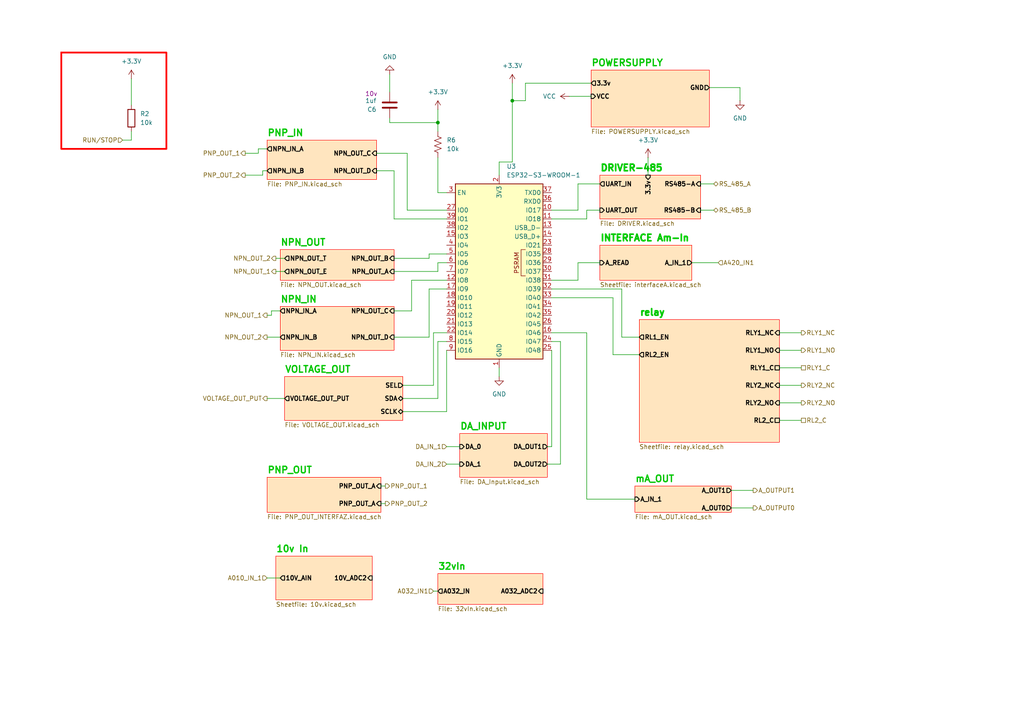
<source format=kicad_sch>
(kicad_sch
	(version 20250114)
	(generator "eeschema")
	(generator_version "9.0")
	(uuid "4eae4fba-61bc-42ae-a153-9457fa6ba7f1")
	(paper "A4")
	(lib_symbols
		(symbol "Device:C"
			(pin_numbers
				(hide yes)
			)
			(pin_names
				(offset 0.254)
			)
			(exclude_from_sim no)
			(in_bom yes)
			(on_board yes)
			(property "Reference" "C"
				(at 0.635 2.54 0)
				(effects
					(font
						(size 1.27 1.27)
					)
					(justify left)
				)
			)
			(property "Value" "C"
				(at 0.635 -2.54 0)
				(effects
					(font
						(size 1.27 1.27)
					)
					(justify left)
				)
			)
			(property "Footprint" ""
				(at 0.9652 -3.81 0)
				(effects
					(font
						(size 1.27 1.27)
					)
					(hide yes)
				)
			)
			(property "Datasheet" "~"
				(at 0 0 0)
				(effects
					(font
						(size 1.27 1.27)
					)
					(hide yes)
				)
			)
			(property "Description" "Unpolarized capacitor"
				(at 0 0 0)
				(effects
					(font
						(size 1.27 1.27)
					)
					(hide yes)
				)
			)
			(property "ki_keywords" "cap capacitor"
				(at 0 0 0)
				(effects
					(font
						(size 1.27 1.27)
					)
					(hide yes)
				)
			)
			(property "ki_fp_filters" "C_*"
				(at 0 0 0)
				(effects
					(font
						(size 1.27 1.27)
					)
					(hide yes)
				)
			)
			(symbol "C_0_1"
				(polyline
					(pts
						(xy -2.032 0.762) (xy 2.032 0.762)
					)
					(stroke
						(width 0.508)
						(type default)
					)
					(fill
						(type none)
					)
				)
				(polyline
					(pts
						(xy -2.032 -0.762) (xy 2.032 -0.762)
					)
					(stroke
						(width 0.508)
						(type default)
					)
					(fill
						(type none)
					)
				)
			)
			(symbol "C_1_1"
				(pin passive line
					(at 0 3.81 270)
					(length 2.794)
					(name "~"
						(effects
							(font
								(size 1.27 1.27)
							)
						)
					)
					(number "1"
						(effects
							(font
								(size 1.27 1.27)
							)
						)
					)
				)
				(pin passive line
					(at 0 -3.81 90)
					(length 2.794)
					(name "~"
						(effects
							(font
								(size 1.27 1.27)
							)
						)
					)
					(number "2"
						(effects
							(font
								(size 1.27 1.27)
							)
						)
					)
				)
			)
			(embedded_fonts no)
		)
		(symbol "Device:R"
			(pin_numbers
				(hide yes)
			)
			(pin_names
				(offset 0)
			)
			(exclude_from_sim no)
			(in_bom yes)
			(on_board yes)
			(property "Reference" "R"
				(at 2.032 0 90)
				(effects
					(font
						(size 1.27 1.27)
					)
				)
			)
			(property "Value" "R"
				(at 0 0 90)
				(effects
					(font
						(size 1.27 1.27)
					)
				)
			)
			(property "Footprint" ""
				(at -1.778 0 90)
				(effects
					(font
						(size 1.27 1.27)
					)
					(hide yes)
				)
			)
			(property "Datasheet" "~"
				(at 0 0 0)
				(effects
					(font
						(size 1.27 1.27)
					)
					(hide yes)
				)
			)
			(property "Description" "Resistor"
				(at 0 0 0)
				(effects
					(font
						(size 1.27 1.27)
					)
					(hide yes)
				)
			)
			(property "ki_keywords" "R res resistor"
				(at 0 0 0)
				(effects
					(font
						(size 1.27 1.27)
					)
					(hide yes)
				)
			)
			(property "ki_fp_filters" "R_*"
				(at 0 0 0)
				(effects
					(font
						(size 1.27 1.27)
					)
					(hide yes)
				)
			)
			(symbol "R_0_1"
				(rectangle
					(start -1.016 -2.54)
					(end 1.016 2.54)
					(stroke
						(width 0.254)
						(type default)
					)
					(fill
						(type none)
					)
				)
			)
			(symbol "R_1_1"
				(pin passive line
					(at 0 3.81 270)
					(length 1.27)
					(name "~"
						(effects
							(font
								(size 1.27 1.27)
							)
						)
					)
					(number "1"
						(effects
							(font
								(size 1.27 1.27)
							)
						)
					)
				)
				(pin passive line
					(at 0 -3.81 90)
					(length 1.27)
					(name "~"
						(effects
							(font
								(size 1.27 1.27)
							)
						)
					)
					(number "2"
						(effects
							(font
								(size 1.27 1.27)
							)
						)
					)
				)
			)
			(embedded_fonts no)
		)
		(symbol "Device:R_US"
			(pin_numbers
				(hide yes)
			)
			(pin_names
				(offset 0)
			)
			(exclude_from_sim no)
			(in_bom yes)
			(on_board yes)
			(property "Reference" "R"
				(at 2.54 0 90)
				(effects
					(font
						(size 1.27 1.27)
					)
				)
			)
			(property "Value" "R_US"
				(at -2.54 0 90)
				(effects
					(font
						(size 1.27 1.27)
					)
				)
			)
			(property "Footprint" ""
				(at 1.016 -0.254 90)
				(effects
					(font
						(size 1.27 1.27)
					)
					(hide yes)
				)
			)
			(property "Datasheet" "~"
				(at 0 0 0)
				(effects
					(font
						(size 1.27 1.27)
					)
					(hide yes)
				)
			)
			(property "Description" "Resistor, US symbol"
				(at 0 0 0)
				(effects
					(font
						(size 1.27 1.27)
					)
					(hide yes)
				)
			)
			(property "ki_keywords" "R res resistor"
				(at 0 0 0)
				(effects
					(font
						(size 1.27 1.27)
					)
					(hide yes)
				)
			)
			(property "ki_fp_filters" "R_*"
				(at 0 0 0)
				(effects
					(font
						(size 1.27 1.27)
					)
					(hide yes)
				)
			)
			(symbol "R_US_0_1"
				(polyline
					(pts
						(xy 0 2.286) (xy 0 2.54)
					)
					(stroke
						(width 0)
						(type default)
					)
					(fill
						(type none)
					)
				)
				(polyline
					(pts
						(xy 0 2.286) (xy 1.016 1.905) (xy 0 1.524) (xy -1.016 1.143) (xy 0 0.762)
					)
					(stroke
						(width 0)
						(type default)
					)
					(fill
						(type none)
					)
				)
				(polyline
					(pts
						(xy 0 0.762) (xy 1.016 0.381) (xy 0 0) (xy -1.016 -0.381) (xy 0 -0.762)
					)
					(stroke
						(width 0)
						(type default)
					)
					(fill
						(type none)
					)
				)
				(polyline
					(pts
						(xy 0 -0.762) (xy 1.016 -1.143) (xy 0 -1.524) (xy -1.016 -1.905) (xy 0 -2.286)
					)
					(stroke
						(width 0)
						(type default)
					)
					(fill
						(type none)
					)
				)
				(polyline
					(pts
						(xy 0 -2.286) (xy 0 -2.54)
					)
					(stroke
						(width 0)
						(type default)
					)
					(fill
						(type none)
					)
				)
			)
			(symbol "R_US_1_1"
				(pin passive line
					(at 0 3.81 270)
					(length 1.27)
					(name "~"
						(effects
							(font
								(size 1.27 1.27)
							)
						)
					)
					(number "1"
						(effects
							(font
								(size 1.27 1.27)
							)
						)
					)
				)
				(pin passive line
					(at 0 -3.81 90)
					(length 1.27)
					(name "~"
						(effects
							(font
								(size 1.27 1.27)
							)
						)
					)
					(number "2"
						(effects
							(font
								(size 1.27 1.27)
							)
						)
					)
				)
			)
			(embedded_fonts no)
		)
		(symbol "RF_Module:ESP32-S3-WROOM-1"
			(exclude_from_sim no)
			(in_bom yes)
			(on_board yes)
			(property "Reference" "U"
				(at -12.7 26.67 0)
				(effects
					(font
						(size 1.27 1.27)
					)
				)
			)
			(property "Value" "ESP32-S3-WROOM-1"
				(at 12.7 26.67 0)
				(effects
					(font
						(size 1.27 1.27)
					)
				)
			)
			(property "Footprint" "RF_Module:ESP32-S3-WROOM-1"
				(at 0 2.54 0)
				(effects
					(font
						(size 1.27 1.27)
					)
					(hide yes)
				)
			)
			(property "Datasheet" "https://www.espressif.com/sites/default/files/documentation/esp32-s3-wroom-1_wroom-1u_datasheet_en.pdf"
				(at 0 0 0)
				(effects
					(font
						(size 1.27 1.27)
					)
					(hide yes)
				)
			)
			(property "Description" "RF Module, ESP32-S3 SoC, Wi-Fi 802.11b/g/n, Bluetooth, BLE, 32-bit, 3.3V, onboard antenna, SMD"
				(at 0 0 0)
				(effects
					(font
						(size 1.27 1.27)
					)
					(hide yes)
				)
			)
			(property "ki_keywords" "RF Radio BT ESP ESP32-S3 Espressif onboard PCB antenna"
				(at 0 0 0)
				(effects
					(font
						(size 1.27 1.27)
					)
					(hide yes)
				)
			)
			(property "ki_fp_filters" "ESP32?S3?WROOM?1*"
				(at 0 0 0)
				(effects
					(font
						(size 1.27 1.27)
					)
					(hide yes)
				)
			)
			(symbol "ESP32-S3-WROOM-1_0_0"
				(rectangle
					(start -12.7 25.4)
					(end 12.7 -25.4)
					(stroke
						(width 0.254)
						(type default)
					)
					(fill
						(type background)
					)
				)
				(text "PSRAM"
					(at 5.08 2.54 900)
					(effects
						(font
							(size 1.27 1.27)
						)
					)
				)
			)
			(symbol "ESP32-S3-WROOM-1_0_1"
				(polyline
					(pts
						(xy 7.62 -1.27) (xy 6.35 -1.27) (xy 6.35 6.35) (xy 7.62 6.35)
					)
					(stroke
						(width 0)
						(type default)
					)
					(fill
						(type none)
					)
				)
			)
			(symbol "ESP32-S3-WROOM-1_1_1"
				(pin input line
					(at -15.24 22.86 0)
					(length 2.54)
					(name "EN"
						(effects
							(font
								(size 1.27 1.27)
							)
						)
					)
					(number "3"
						(effects
							(font
								(size 1.27 1.27)
							)
						)
					)
				)
				(pin bidirectional line
					(at -15.24 17.78 0)
					(length 2.54)
					(name "IO0"
						(effects
							(font
								(size 1.27 1.27)
							)
						)
					)
					(number "27"
						(effects
							(font
								(size 1.27 1.27)
							)
						)
					)
				)
				(pin bidirectional line
					(at -15.24 15.24 0)
					(length 2.54)
					(name "IO1"
						(effects
							(font
								(size 1.27 1.27)
							)
						)
					)
					(number "39"
						(effects
							(font
								(size 1.27 1.27)
							)
						)
					)
				)
				(pin bidirectional line
					(at -15.24 12.7 0)
					(length 2.54)
					(name "IO2"
						(effects
							(font
								(size 1.27 1.27)
							)
						)
					)
					(number "38"
						(effects
							(font
								(size 1.27 1.27)
							)
						)
					)
				)
				(pin bidirectional line
					(at -15.24 10.16 0)
					(length 2.54)
					(name "IO3"
						(effects
							(font
								(size 1.27 1.27)
							)
						)
					)
					(number "15"
						(effects
							(font
								(size 1.27 1.27)
							)
						)
					)
				)
				(pin bidirectional line
					(at -15.24 7.62 0)
					(length 2.54)
					(name "IO4"
						(effects
							(font
								(size 1.27 1.27)
							)
						)
					)
					(number "4"
						(effects
							(font
								(size 1.27 1.27)
							)
						)
					)
				)
				(pin bidirectional line
					(at -15.24 5.08 0)
					(length 2.54)
					(name "IO5"
						(effects
							(font
								(size 1.27 1.27)
							)
						)
					)
					(number "5"
						(effects
							(font
								(size 1.27 1.27)
							)
						)
					)
				)
				(pin bidirectional line
					(at -15.24 2.54 0)
					(length 2.54)
					(name "IO6"
						(effects
							(font
								(size 1.27 1.27)
							)
						)
					)
					(number "6"
						(effects
							(font
								(size 1.27 1.27)
							)
						)
					)
				)
				(pin bidirectional line
					(at -15.24 0 0)
					(length 2.54)
					(name "IO7"
						(effects
							(font
								(size 1.27 1.27)
							)
						)
					)
					(number "7"
						(effects
							(font
								(size 1.27 1.27)
							)
						)
					)
				)
				(pin bidirectional line
					(at -15.24 -2.54 0)
					(length 2.54)
					(name "IO8"
						(effects
							(font
								(size 1.27 1.27)
							)
						)
					)
					(number "12"
						(effects
							(font
								(size 1.27 1.27)
							)
						)
					)
				)
				(pin bidirectional line
					(at -15.24 -5.08 0)
					(length 2.54)
					(name "IO9"
						(effects
							(font
								(size 1.27 1.27)
							)
						)
					)
					(number "17"
						(effects
							(font
								(size 1.27 1.27)
							)
						)
					)
				)
				(pin bidirectional line
					(at -15.24 -7.62 0)
					(length 2.54)
					(name "IO10"
						(effects
							(font
								(size 1.27 1.27)
							)
						)
					)
					(number "18"
						(effects
							(font
								(size 1.27 1.27)
							)
						)
					)
				)
				(pin bidirectional line
					(at -15.24 -10.16 0)
					(length 2.54)
					(name "IO11"
						(effects
							(font
								(size 1.27 1.27)
							)
						)
					)
					(number "19"
						(effects
							(font
								(size 1.27 1.27)
							)
						)
					)
				)
				(pin bidirectional line
					(at -15.24 -12.7 0)
					(length 2.54)
					(name "IO12"
						(effects
							(font
								(size 1.27 1.27)
							)
						)
					)
					(number "20"
						(effects
							(font
								(size 1.27 1.27)
							)
						)
					)
				)
				(pin bidirectional line
					(at -15.24 -15.24 0)
					(length 2.54)
					(name "IO13"
						(effects
							(font
								(size 1.27 1.27)
							)
						)
					)
					(number "21"
						(effects
							(font
								(size 1.27 1.27)
							)
						)
					)
				)
				(pin bidirectional line
					(at -15.24 -17.78 0)
					(length 2.54)
					(name "IO14"
						(effects
							(font
								(size 1.27 1.27)
							)
						)
					)
					(number "22"
						(effects
							(font
								(size 1.27 1.27)
							)
						)
					)
				)
				(pin bidirectional line
					(at -15.24 -20.32 0)
					(length 2.54)
					(name "IO15"
						(effects
							(font
								(size 1.27 1.27)
							)
						)
					)
					(number "8"
						(effects
							(font
								(size 1.27 1.27)
							)
						)
					)
				)
				(pin bidirectional line
					(at -15.24 -22.86 0)
					(length 2.54)
					(name "IO16"
						(effects
							(font
								(size 1.27 1.27)
							)
						)
					)
					(number "9"
						(effects
							(font
								(size 1.27 1.27)
							)
						)
					)
				)
				(pin power_in line
					(at 0 27.94 270)
					(length 2.54)
					(name "3V3"
						(effects
							(font
								(size 1.27 1.27)
							)
						)
					)
					(number "2"
						(effects
							(font
								(size 1.27 1.27)
							)
						)
					)
				)
				(pin power_in line
					(at 0 -27.94 90)
					(length 2.54)
					(name "GND"
						(effects
							(font
								(size 1.27 1.27)
							)
						)
					)
					(number "1"
						(effects
							(font
								(size 1.27 1.27)
							)
						)
					)
				)
				(pin passive line
					(at 0 -27.94 90)
					(length 2.54)
					(hide yes)
					(name "GND"
						(effects
							(font
								(size 1.27 1.27)
							)
						)
					)
					(number "40"
						(effects
							(font
								(size 1.27 1.27)
							)
						)
					)
				)
				(pin passive line
					(at 0 -27.94 90)
					(length 2.54)
					(hide yes)
					(name "GND"
						(effects
							(font
								(size 1.27 1.27)
							)
						)
					)
					(number "41"
						(effects
							(font
								(size 1.27 1.27)
							)
						)
					)
				)
				(pin bidirectional line
					(at 15.24 22.86 180)
					(length 2.54)
					(name "TXD0"
						(effects
							(font
								(size 1.27 1.27)
							)
						)
					)
					(number "37"
						(effects
							(font
								(size 1.27 1.27)
							)
						)
					)
				)
				(pin bidirectional line
					(at 15.24 20.32 180)
					(length 2.54)
					(name "RXD0"
						(effects
							(font
								(size 1.27 1.27)
							)
						)
					)
					(number "36"
						(effects
							(font
								(size 1.27 1.27)
							)
						)
					)
				)
				(pin bidirectional line
					(at 15.24 17.78 180)
					(length 2.54)
					(name "IO17"
						(effects
							(font
								(size 1.27 1.27)
							)
						)
					)
					(number "10"
						(effects
							(font
								(size 1.27 1.27)
							)
						)
					)
				)
				(pin bidirectional line
					(at 15.24 15.24 180)
					(length 2.54)
					(name "IO18"
						(effects
							(font
								(size 1.27 1.27)
							)
						)
					)
					(number "11"
						(effects
							(font
								(size 1.27 1.27)
							)
						)
					)
				)
				(pin bidirectional line
					(at 15.24 12.7 180)
					(length 2.54)
					(name "USB_D-"
						(effects
							(font
								(size 1.27 1.27)
							)
						)
					)
					(number "13"
						(effects
							(font
								(size 1.27 1.27)
							)
						)
					)
					(alternate "IO19" bidirectional line)
				)
				(pin bidirectional line
					(at 15.24 10.16 180)
					(length 2.54)
					(name "USB_D+"
						(effects
							(font
								(size 1.27 1.27)
							)
						)
					)
					(number "14"
						(effects
							(font
								(size 1.27 1.27)
							)
						)
					)
					(alternate "IO20" bidirectional line)
				)
				(pin bidirectional line
					(at 15.24 7.62 180)
					(length 2.54)
					(name "IO21"
						(effects
							(font
								(size 1.27 1.27)
							)
						)
					)
					(number "23"
						(effects
							(font
								(size 1.27 1.27)
							)
						)
					)
				)
				(pin bidirectional line
					(at 15.24 5.08 180)
					(length 2.54)
					(name "IO35"
						(effects
							(font
								(size 1.27 1.27)
							)
						)
					)
					(number "28"
						(effects
							(font
								(size 1.27 1.27)
							)
						)
					)
				)
				(pin bidirectional line
					(at 15.24 2.54 180)
					(length 2.54)
					(name "IO36"
						(effects
							(font
								(size 1.27 1.27)
							)
						)
					)
					(number "29"
						(effects
							(font
								(size 1.27 1.27)
							)
						)
					)
				)
				(pin bidirectional line
					(at 15.24 0 180)
					(length 2.54)
					(name "IO37"
						(effects
							(font
								(size 1.27 1.27)
							)
						)
					)
					(number "30"
						(effects
							(font
								(size 1.27 1.27)
							)
						)
					)
				)
				(pin bidirectional line
					(at 15.24 -2.54 180)
					(length 2.54)
					(name "IO38"
						(effects
							(font
								(size 1.27 1.27)
							)
						)
					)
					(number "31"
						(effects
							(font
								(size 1.27 1.27)
							)
						)
					)
				)
				(pin bidirectional line
					(at 15.24 -5.08 180)
					(length 2.54)
					(name "IO39"
						(effects
							(font
								(size 1.27 1.27)
							)
						)
					)
					(number "32"
						(effects
							(font
								(size 1.27 1.27)
							)
						)
					)
				)
				(pin bidirectional line
					(at 15.24 -7.62 180)
					(length 2.54)
					(name "IO40"
						(effects
							(font
								(size 1.27 1.27)
							)
						)
					)
					(number "33"
						(effects
							(font
								(size 1.27 1.27)
							)
						)
					)
				)
				(pin bidirectional line
					(at 15.24 -10.16 180)
					(length 2.54)
					(name "IO41"
						(effects
							(font
								(size 1.27 1.27)
							)
						)
					)
					(number "34"
						(effects
							(font
								(size 1.27 1.27)
							)
						)
					)
				)
				(pin bidirectional line
					(at 15.24 -12.7 180)
					(length 2.54)
					(name "IO42"
						(effects
							(font
								(size 1.27 1.27)
							)
						)
					)
					(number "35"
						(effects
							(font
								(size 1.27 1.27)
							)
						)
					)
				)
				(pin bidirectional line
					(at 15.24 -15.24 180)
					(length 2.54)
					(name "IO45"
						(effects
							(font
								(size 1.27 1.27)
							)
						)
					)
					(number "26"
						(effects
							(font
								(size 1.27 1.27)
							)
						)
					)
				)
				(pin bidirectional line
					(at 15.24 -17.78 180)
					(length 2.54)
					(name "IO46"
						(effects
							(font
								(size 1.27 1.27)
							)
						)
					)
					(number "16"
						(effects
							(font
								(size 1.27 1.27)
							)
						)
					)
				)
				(pin bidirectional line
					(at 15.24 -20.32 180)
					(length 2.54)
					(name "IO47"
						(effects
							(font
								(size 1.27 1.27)
							)
						)
					)
					(number "24"
						(effects
							(font
								(size 1.27 1.27)
							)
						)
					)
				)
				(pin bidirectional line
					(at 15.24 -22.86 180)
					(length 2.54)
					(name "IO48"
						(effects
							(font
								(size 1.27 1.27)
							)
						)
					)
					(number "25"
						(effects
							(font
								(size 1.27 1.27)
							)
						)
					)
				)
			)
			(embedded_fonts no)
		)
		(symbol "power:+3.3V"
			(power)
			(pin_numbers
				(hide yes)
			)
			(pin_names
				(offset 0)
				(hide yes)
			)
			(exclude_from_sim no)
			(in_bom yes)
			(on_board yes)
			(property "Reference" "#PWR"
				(at 0 -3.81 0)
				(effects
					(font
						(size 1.27 1.27)
					)
					(hide yes)
				)
			)
			(property "Value" "+3.3V"
				(at 0 3.556 0)
				(effects
					(font
						(size 1.27 1.27)
					)
				)
			)
			(property "Footprint" ""
				(at 0 0 0)
				(effects
					(font
						(size 1.27 1.27)
					)
					(hide yes)
				)
			)
			(property "Datasheet" ""
				(at 0 0 0)
				(effects
					(font
						(size 1.27 1.27)
					)
					(hide yes)
				)
			)
			(property "Description" "Power symbol creates a global label with name \"+3.3V\""
				(at 0 0 0)
				(effects
					(font
						(size 1.27 1.27)
					)
					(hide yes)
				)
			)
			(property "ki_keywords" "global power"
				(at 0 0 0)
				(effects
					(font
						(size 1.27 1.27)
					)
					(hide yes)
				)
			)
			(symbol "+3.3V_0_1"
				(polyline
					(pts
						(xy -0.762 1.27) (xy 0 2.54)
					)
					(stroke
						(width 0)
						(type default)
					)
					(fill
						(type none)
					)
				)
				(polyline
					(pts
						(xy 0 2.54) (xy 0.762 1.27)
					)
					(stroke
						(width 0)
						(type default)
					)
					(fill
						(type none)
					)
				)
				(polyline
					(pts
						(xy 0 0) (xy 0 2.54)
					)
					(stroke
						(width 0)
						(type default)
					)
					(fill
						(type none)
					)
				)
			)
			(symbol "+3.3V_1_1"
				(pin power_in line
					(at 0 0 90)
					(length 0)
					(name "~"
						(effects
							(font
								(size 1.27 1.27)
							)
						)
					)
					(number "1"
						(effects
							(font
								(size 1.27 1.27)
							)
						)
					)
				)
			)
			(embedded_fonts no)
		)
		(symbol "power:GND"
			(power)
			(pin_numbers
				(hide yes)
			)
			(pin_names
				(offset 0)
				(hide yes)
			)
			(exclude_from_sim no)
			(in_bom yes)
			(on_board yes)
			(property "Reference" "#PWR"
				(at 0 -6.35 0)
				(effects
					(font
						(size 1.27 1.27)
					)
					(hide yes)
				)
			)
			(property "Value" "GND"
				(at 0 -3.81 0)
				(effects
					(font
						(size 1.27 1.27)
					)
				)
			)
			(property "Footprint" ""
				(at 0 0 0)
				(effects
					(font
						(size 1.27 1.27)
					)
					(hide yes)
				)
			)
			(property "Datasheet" ""
				(at 0 0 0)
				(effects
					(font
						(size 1.27 1.27)
					)
					(hide yes)
				)
			)
			(property "Description" "Power symbol creates a global label with name \"GND\" , ground"
				(at 0 0 0)
				(effects
					(font
						(size 1.27 1.27)
					)
					(hide yes)
				)
			)
			(property "ki_keywords" "global power"
				(at 0 0 0)
				(effects
					(font
						(size 1.27 1.27)
					)
					(hide yes)
				)
			)
			(symbol "GND_0_1"
				(polyline
					(pts
						(xy 0 0) (xy 0 -1.27) (xy 1.27 -1.27) (xy 0 -2.54) (xy -1.27 -1.27) (xy 0 -1.27)
					)
					(stroke
						(width 0)
						(type default)
					)
					(fill
						(type none)
					)
				)
			)
			(symbol "GND_1_1"
				(pin power_in line
					(at 0 0 270)
					(length 0)
					(name "~"
						(effects
							(font
								(size 1.27 1.27)
							)
						)
					)
					(number "1"
						(effects
							(font
								(size 1.27 1.27)
							)
						)
					)
				)
			)
			(embedded_fonts no)
		)
		(symbol "power:VCC"
			(power)
			(pin_numbers
				(hide yes)
			)
			(pin_names
				(offset 0)
				(hide yes)
			)
			(exclude_from_sim no)
			(in_bom yes)
			(on_board yes)
			(property "Reference" "#PWR"
				(at 0 -3.81 0)
				(effects
					(font
						(size 1.27 1.27)
					)
					(hide yes)
				)
			)
			(property "Value" "VCC"
				(at 0 3.556 0)
				(effects
					(font
						(size 1.27 1.27)
					)
				)
			)
			(property "Footprint" ""
				(at 0 0 0)
				(effects
					(font
						(size 1.27 1.27)
					)
					(hide yes)
				)
			)
			(property "Datasheet" ""
				(at 0 0 0)
				(effects
					(font
						(size 1.27 1.27)
					)
					(hide yes)
				)
			)
			(property "Description" "Power symbol creates a global label with name \"VCC\""
				(at 0 0 0)
				(effects
					(font
						(size 1.27 1.27)
					)
					(hide yes)
				)
			)
			(property "ki_keywords" "global power"
				(at 0 0 0)
				(effects
					(font
						(size 1.27 1.27)
					)
					(hide yes)
				)
			)
			(symbol "VCC_0_1"
				(polyline
					(pts
						(xy -0.762 1.27) (xy 0 2.54)
					)
					(stroke
						(width 0)
						(type default)
					)
					(fill
						(type none)
					)
				)
				(polyline
					(pts
						(xy 0 2.54) (xy 0.762 1.27)
					)
					(stroke
						(width 0)
						(type default)
					)
					(fill
						(type none)
					)
				)
				(polyline
					(pts
						(xy 0 0) (xy 0 2.54)
					)
					(stroke
						(width 0)
						(type default)
					)
					(fill
						(type none)
					)
				)
			)
			(symbol "VCC_1_1"
				(pin power_in line
					(at 0 0 90)
					(length 0)
					(name "~"
						(effects
							(font
								(size 1.27 1.27)
							)
						)
					)
					(number "1"
						(effects
							(font
								(size 1.27 1.27)
							)
						)
					)
				)
			)
			(embedded_fonts no)
		)
	)
	(text_box ""
		(exclude_from_sim no)
		(at 17.78 15.24 0)
		(size 30.48 27.94)
		(margins 0.9525 0.9525 0.9525 0.9525)
		(stroke
			(width 0.508)
			(type solid)
			(color 255 0 0 1)
		)
		(fill
			(type none)
		)
		(effects
			(font
				(size 1.27 1.27)
				(thickness 0.254)
				(bold yes)
				(color 255 0 0 1)
			)
			(justify left top)
		)
		(uuid "bbb47369-b278-450c-b4d2-23406fe260d0")
	)
	(junction
		(at 148.59 29.21)
		(diameter 0)
		(color 0 0 0 0)
		(uuid "32917ac8-2458-4605-807f-ff44a1bced2d")
	)
	(junction
		(at 127 35.56)
		(diameter 0)
		(color 0 0 0 0)
		(uuid "70ace88a-37dc-4821-acf3-3a1a072843ab")
	)
	(wire
		(pts
			(xy 77.47 91.44) (xy 78.74 91.44)
		)
		(stroke
			(width 0)
			(type default)
		)
		(uuid "077e7583-f7e9-4525-b49e-cc333c170b41")
	)
	(wire
		(pts
			(xy 124.46 83.82) (xy 129.54 83.82)
		)
		(stroke
			(width 0)
			(type default)
		)
		(uuid "0784b5c9-446e-4358-aee7-6eeddf9ca1e2")
	)
	(wire
		(pts
			(xy 144.78 106.68) (xy 144.78 109.22)
		)
		(stroke
			(width 0)
			(type default)
		)
		(uuid "08ca5854-60f3-4ec8-a22d-fdfc846e19d7")
	)
	(wire
		(pts
			(xy 180.34 83.82) (xy 160.02 83.82)
		)
		(stroke
			(width 0)
			(type default)
		)
		(uuid "0cfb135f-d970-4ef8-8069-4aa3972a387b")
	)
	(wire
		(pts
			(xy 77.47 97.79) (xy 81.28 97.79)
		)
		(stroke
			(width 0)
			(type default)
		)
		(uuid "0de6abd0-aa6f-4104-b446-b9ea0f9d9501")
	)
	(wire
		(pts
			(xy 82.55 74.93) (xy 80.01 74.93)
		)
		(stroke
			(width 0)
			(type default)
		)
		(uuid "0f0f016a-32ff-4fd1-81cf-9eacae024b58")
	)
	(wire
		(pts
			(xy 116.84 115.57) (xy 127 115.57)
		)
		(stroke
			(width 0)
			(type default)
		)
		(uuid "0f9647f5-a08a-45b5-8646-a71bc56e9e61")
	)
	(wire
		(pts
			(xy 226.06 106.68) (xy 232.41 106.68)
		)
		(stroke
			(width 0)
			(type default)
		)
		(uuid "0fe243db-0547-40da-8f04-8bc0f42380b9")
	)
	(wire
		(pts
			(xy 124.46 97.79) (xy 124.46 83.82)
		)
		(stroke
			(width 0)
			(type default)
		)
		(uuid "1373856e-5977-4a1b-88de-0b47662033bb")
	)
	(wire
		(pts
			(xy 82.55 115.57) (xy 77.47 115.57)
		)
		(stroke
			(width 0)
			(type default)
		)
		(uuid "1455d0d2-dc02-42eb-881d-3a9df3b7a2c5")
	)
	(wire
		(pts
			(xy 171.45 24.13) (xy 152.4 24.13)
		)
		(stroke
			(width 0)
			(type default)
		)
		(uuid "15b376c1-320c-4106-922b-2f4b02153584")
	)
	(wire
		(pts
			(xy 180.34 97.79) (xy 180.34 83.82)
		)
		(stroke
			(width 0)
			(type default)
		)
		(uuid "17cb9b07-c96d-48cf-a25d-5d648049f2d5")
	)
	(wire
		(pts
			(xy 129.54 129.54) (xy 133.35 129.54)
		)
		(stroke
			(width 0)
			(type default)
		)
		(uuid "1e297fc9-407d-46fb-9b86-9d965081068b")
	)
	(wire
		(pts
			(xy 167.64 81.28) (xy 160.02 81.28)
		)
		(stroke
			(width 0)
			(type default)
		)
		(uuid "1fb5bb1d-025e-4e35-8d11-e6e9172d3c43")
	)
	(wire
		(pts
			(xy 144.78 46.99) (xy 144.78 50.8)
		)
		(stroke
			(width 0)
			(type default)
		)
		(uuid "1fd32598-1f3b-4757-ae5b-ac3efd25081d")
	)
	(wire
		(pts
			(xy 127 76.2) (xy 129.54 76.2)
		)
		(stroke
			(width 0)
			(type default)
		)
		(uuid "20e39aa1-c943-408a-a526-259c5a693c67")
	)
	(wire
		(pts
			(xy 173.99 53.34) (xy 167.64 53.34)
		)
		(stroke
			(width 0)
			(type default)
		)
		(uuid "21d958ec-aed7-4052-9661-c65140341c1d")
	)
	(wire
		(pts
			(xy 127 31.75) (xy 127 35.56)
		)
		(stroke
			(width 0)
			(type default)
		)
		(uuid "226ae0a4-358b-49af-9399-8c02e870ee19")
	)
	(wire
		(pts
			(xy 114.3 78.74) (xy 127 78.74)
		)
		(stroke
			(width 0)
			(type default)
		)
		(uuid "227dde3d-5227-4102-aeb4-d5a87e855fca")
	)
	(wire
		(pts
			(xy 162.56 134.62) (xy 158.75 134.62)
		)
		(stroke
			(width 0)
			(type default)
		)
		(uuid "24204462-8830-424f-94e6-841a3f1b26c4")
	)
	(wire
		(pts
			(xy 116.84 119.38) (xy 129.54 119.38)
		)
		(stroke
			(width 0)
			(type default)
		)
		(uuid "257dfaa2-5057-44a3-9d89-79b59a7db1ab")
	)
	(wire
		(pts
			(xy 125.73 96.52) (xy 129.54 96.52)
		)
		(stroke
			(width 0)
			(type default)
		)
		(uuid "276232b2-f647-482a-aab3-e87c55d6b9ad")
	)
	(wire
		(pts
			(xy 125.73 171.45) (xy 127 171.45)
		)
		(stroke
			(width 0)
			(type default)
		)
		(uuid "281405ff-0117-42e8-9f3b-afa265d9cec4")
	)
	(wire
		(pts
			(xy 148.59 24.13) (xy 148.59 29.21)
		)
		(stroke
			(width 0)
			(type default)
		)
		(uuid "2a6690cc-a8f7-4ade-82cc-902856ca1a67")
	)
	(wire
		(pts
			(xy 152.4 29.21) (xy 148.59 29.21)
		)
		(stroke
			(width 0)
			(type default)
		)
		(uuid "35707a36-9611-48e4-9462-4aba1702d2e9")
	)
	(wire
		(pts
			(xy 203.2 53.34) (xy 207.01 53.34)
		)
		(stroke
			(width 0)
			(type default)
		)
		(uuid "3685cae2-b910-4393-9a89-a562028ddd23")
	)
	(wire
		(pts
			(xy 78.74 90.17) (xy 81.28 90.17)
		)
		(stroke
			(width 0)
			(type default)
		)
		(uuid "38f37117-ef8f-4c5f-8269-055769c906e6")
	)
	(wire
		(pts
			(xy 160.02 99.06) (xy 162.56 99.06)
		)
		(stroke
			(width 0)
			(type default)
		)
		(uuid "38f8c26b-87d2-4ccd-99a6-f3ebf0289fd3")
	)
	(wire
		(pts
			(xy 74.93 43.18) (xy 74.93 44.45)
		)
		(stroke
			(width 0)
			(type default)
		)
		(uuid "3a3ee84d-948f-4c82-9b59-a34edb730e12")
	)
	(wire
		(pts
			(xy 110.49 140.97) (xy 111.76 140.97)
		)
		(stroke
			(width 0)
			(type default)
		)
		(uuid "3d61e654-97d0-46c2-b60f-1af75260442e")
	)
	(wire
		(pts
			(xy 110.49 146.05) (xy 111.76 146.05)
		)
		(stroke
			(width 0)
			(type default)
		)
		(uuid "3df6ea77-eaf6-431c-9eb4-7266df16d8ef")
	)
	(wire
		(pts
			(xy 185.42 102.87) (xy 177.8 102.87)
		)
		(stroke
			(width 0)
			(type default)
		)
		(uuid "4481cc8b-d920-4a1d-975c-68efb377470a")
	)
	(wire
		(pts
			(xy 185.42 97.79) (xy 180.34 97.79)
		)
		(stroke
			(width 0)
			(type default)
		)
		(uuid "4577256e-090b-4bde-9873-1f3cecd25aa6")
	)
	(wire
		(pts
			(xy 118.11 60.96) (xy 129.54 60.96)
		)
		(stroke
			(width 0)
			(type default)
		)
		(uuid "4af6ba6e-20c0-4f64-b8dd-23fb495a43e0")
	)
	(wire
		(pts
			(xy 116.84 111.76) (xy 125.73 111.76)
		)
		(stroke
			(width 0)
			(type default)
		)
		(uuid "4be7e4b3-dfc6-4afb-ab08-e6fb6514b84f")
	)
	(wire
		(pts
			(xy 226.06 116.84) (xy 232.41 116.84)
		)
		(stroke
			(width 0)
			(type default)
		)
		(uuid "4cde3eed-143d-4648-b3ba-70f9993130a0")
	)
	(wire
		(pts
			(xy 76.2 49.53) (xy 77.47 49.53)
		)
		(stroke
			(width 0)
			(type default)
		)
		(uuid "502a856e-35fe-42e3-a218-82855b885021")
	)
	(wire
		(pts
			(xy 226.06 121.92) (xy 232.41 121.92)
		)
		(stroke
			(width 0)
			(type default)
		)
		(uuid "50e719d5-8347-494e-adb9-2bf070c4a96c")
	)
	(wire
		(pts
			(xy 127 55.88) (xy 129.54 55.88)
		)
		(stroke
			(width 0)
			(type default)
		)
		(uuid "510efabe-285e-4a4a-8f0f-98948397b997")
	)
	(wire
		(pts
			(xy 167.64 53.34) (xy 167.64 60.96)
		)
		(stroke
			(width 0)
			(type default)
		)
		(uuid "53a214fe-bf9b-4293-9d48-f09b8e5a63b2")
	)
	(wire
		(pts
			(xy 214.63 29.21) (xy 214.63 25.4)
		)
		(stroke
			(width 0)
			(type default)
		)
		(uuid "54f04162-e948-4fab-8673-e67cb84288ea")
	)
	(wire
		(pts
			(xy 226.06 96.52) (xy 232.41 96.52)
		)
		(stroke
			(width 0)
			(type default)
		)
		(uuid "5607010f-6c89-4b17-a23a-396868a2ab08")
	)
	(wire
		(pts
			(xy 114.3 49.53) (xy 114.3 63.5)
		)
		(stroke
			(width 0)
			(type default)
		)
		(uuid "58512cfb-3e84-4928-aad2-40b12877cde6")
	)
	(wire
		(pts
			(xy 162.56 99.06) (xy 162.56 134.62)
		)
		(stroke
			(width 0)
			(type default)
		)
		(uuid "587529e3-d7fd-4980-98b2-e8cf8218d6e2")
	)
	(wire
		(pts
			(xy 114.3 74.93) (xy 124.46 74.93)
		)
		(stroke
			(width 0)
			(type default)
		)
		(uuid "5c32ff99-24aa-44a0-8beb-5ae19b7f3091")
	)
	(wire
		(pts
			(xy 113.03 34.29) (xy 113.03 35.56)
		)
		(stroke
			(width 0)
			(type default)
		)
		(uuid "5e6fee5e-c330-4135-8b36-c0e890667c73")
	)
	(wire
		(pts
			(xy 127 115.57) (xy 127 99.06)
		)
		(stroke
			(width 0)
			(type default)
		)
		(uuid "61fe278d-d489-4abc-9484-0f404607ba4b")
	)
	(wire
		(pts
			(xy 214.63 25.4) (xy 205.74 25.4)
		)
		(stroke
			(width 0)
			(type default)
		)
		(uuid "65de2020-f99f-4e6c-a39d-b802121bfdd8")
	)
	(wire
		(pts
			(xy 177.8 102.87) (xy 177.8 86.36)
		)
		(stroke
			(width 0)
			(type default)
		)
		(uuid "6647c071-a13b-46db-96ab-57d4a508b1a7")
	)
	(wire
		(pts
			(xy 119.38 81.28) (xy 129.54 81.28)
		)
		(stroke
			(width 0)
			(type default)
		)
		(uuid "6692b788-85a5-43de-a45f-feaa15008961")
	)
	(wire
		(pts
			(xy 114.3 63.5) (xy 129.54 63.5)
		)
		(stroke
			(width 0)
			(type default)
		)
		(uuid "675e2994-7e5a-4087-be9a-ae7e445db9ce")
	)
	(wire
		(pts
			(xy 226.06 111.76) (xy 232.41 111.76)
		)
		(stroke
			(width 0)
			(type default)
		)
		(uuid "6eddd803-d093-4a01-b7ef-eba2c049fe96")
	)
	(wire
		(pts
			(xy 74.93 43.18) (xy 77.47 43.18)
		)
		(stroke
			(width 0)
			(type default)
		)
		(uuid "7009add9-9ed8-4a09-bd88-4d47ffef3dfc")
	)
	(wire
		(pts
			(xy 144.78 46.99) (xy 148.59 46.99)
		)
		(stroke
			(width 0)
			(type default)
		)
		(uuid "74496dca-3f3c-4286-b8a4-98f71504b653")
	)
	(wire
		(pts
			(xy 125.73 111.76) (xy 125.73 96.52)
		)
		(stroke
			(width 0)
			(type default)
		)
		(uuid "7a463661-a297-4307-8377-c6a0e28c6d7d")
	)
	(wire
		(pts
			(xy 129.54 134.62) (xy 133.35 134.62)
		)
		(stroke
			(width 0)
			(type default)
		)
		(uuid "7abfae17-0e41-4f48-ab97-4ee9dce81af4")
	)
	(wire
		(pts
			(xy 170.18 96.52) (xy 170.18 144.78)
		)
		(stroke
			(width 0)
			(type default)
		)
		(uuid "7cda64f0-e763-44f6-8286-fc514d0efba5")
	)
	(wire
		(pts
			(xy 119.38 90.17) (xy 119.38 81.28)
		)
		(stroke
			(width 0)
			(type default)
		)
		(uuid "7db8b613-b6a4-442c-a6a1-9e90ff908496")
	)
	(wire
		(pts
			(xy 212.09 142.24) (xy 218.44 142.24)
		)
		(stroke
			(width 0)
			(type default)
		)
		(uuid "7dca3a9b-4ca2-42a7-a77f-54cffdaed49a")
	)
	(wire
		(pts
			(xy 76.2 50.8) (xy 71.12 50.8)
		)
		(stroke
			(width 0)
			(type default)
		)
		(uuid "7e76bcfd-a170-4374-aa86-2bc23b215e5a")
	)
	(wire
		(pts
			(xy 165.1 27.94) (xy 171.45 27.94)
		)
		(stroke
			(width 0)
			(type default)
		)
		(uuid "809857e3-bd64-40e9-b6a7-0639d1c46db8")
	)
	(wire
		(pts
			(xy 200.66 76.2) (xy 208.28 76.2)
		)
		(stroke
			(width 0)
			(type default)
		)
		(uuid "81b8547c-fbdd-45c9-b2f0-c91cfe20afa2")
	)
	(wire
		(pts
			(xy 212.09 147.32) (xy 218.44 147.32)
		)
		(stroke
			(width 0)
			(type default)
		)
		(uuid "83295f5b-0e04-4da5-93e5-257c75879904")
	)
	(wire
		(pts
			(xy 167.64 76.2) (xy 167.64 81.28)
		)
		(stroke
			(width 0)
			(type default)
		)
		(uuid "85440d27-e92d-4108-87f6-41e92f795507")
	)
	(wire
		(pts
			(xy 76.2 49.53) (xy 76.2 50.8)
		)
		(stroke
			(width 0)
			(type default)
		)
		(uuid "8b4918e7-0738-411d-bf8b-e59ba5d34597")
	)
	(wire
		(pts
			(xy 160.02 129.54) (xy 160.02 101.6)
		)
		(stroke
			(width 0)
			(type default)
		)
		(uuid "8d42bd81-8909-4a8f-865b-f7ab3b4fbb50")
	)
	(wire
		(pts
			(xy 118.11 60.96) (xy 118.11 44.45)
		)
		(stroke
			(width 0)
			(type default)
		)
		(uuid "9210c7e7-ed98-4d23-90fa-e3c2eb63e3ce")
	)
	(wire
		(pts
			(xy 187.96 45.72) (xy 187.96 50.8)
		)
		(stroke
			(width 0)
			(type default)
		)
		(uuid "94de7d37-30e1-419e-b98b-4d364ba25921")
	)
	(wire
		(pts
			(xy 160.02 96.52) (xy 170.18 96.52)
		)
		(stroke
			(width 0)
			(type default)
		)
		(uuid "97df359a-402a-41d5-80c9-aaace38cc9e9")
	)
	(wire
		(pts
			(xy 170.18 60.96) (xy 170.18 63.5)
		)
		(stroke
			(width 0)
			(type default)
		)
		(uuid "9b1ea57a-d503-432d-a5ea-73fc865f48ee")
	)
	(wire
		(pts
			(xy 127 99.06) (xy 129.54 99.06)
		)
		(stroke
			(width 0)
			(type default)
		)
		(uuid "a152e493-c607-4df8-aaea-b38edfe40936")
	)
	(wire
		(pts
			(xy 124.46 73.66) (xy 129.54 73.66)
		)
		(stroke
			(width 0)
			(type default)
		)
		(uuid "a16f88a7-f7ba-4563-8c3c-32e732c017a5")
	)
	(wire
		(pts
			(xy 160.02 60.96) (xy 167.64 60.96)
		)
		(stroke
			(width 0)
			(type default)
		)
		(uuid "adfd7ec6-0776-4431-8ede-33966a172d74")
	)
	(wire
		(pts
			(xy 177.8 86.36) (xy 160.02 86.36)
		)
		(stroke
			(width 0)
			(type default)
		)
		(uuid "af1ac1cc-2a1c-472c-a715-f8f238016a50")
	)
	(wire
		(pts
			(xy 118.11 44.45) (xy 109.22 44.45)
		)
		(stroke
			(width 0)
			(type default)
		)
		(uuid "b1b6408c-3eec-40b2-97cb-0eec64b3275d")
	)
	(wire
		(pts
			(xy 78.74 91.44) (xy 78.74 90.17)
		)
		(stroke
			(width 0)
			(type default)
		)
		(uuid "b46d6d12-b644-4453-ad16-5a92ffb517d4")
	)
	(wire
		(pts
			(xy 148.59 29.21) (xy 148.59 46.99)
		)
		(stroke
			(width 0)
			(type default)
		)
		(uuid "b667f1a8-4fba-48ce-94c8-375e050620ee")
	)
	(wire
		(pts
			(xy 173.99 60.96) (xy 170.18 60.96)
		)
		(stroke
			(width 0)
			(type default)
		)
		(uuid "b6a6b4d5-4f78-4548-a144-b74aff92950b")
	)
	(wire
		(pts
			(xy 127 78.74) (xy 127 76.2)
		)
		(stroke
			(width 0)
			(type default)
		)
		(uuid "ba438fd6-27ee-41b1-ba0f-2f04d740a474")
	)
	(wire
		(pts
			(xy 124.46 74.93) (xy 124.46 73.66)
		)
		(stroke
			(width 0)
			(type default)
		)
		(uuid "bbee5704-3357-4811-92f5-10c80703aecd")
	)
	(wire
		(pts
			(xy 82.55 78.74) (xy 80.01 78.74)
		)
		(stroke
			(width 0)
			(type default)
		)
		(uuid "c4f694b3-3fa4-483f-bf4f-c2475c66c044")
	)
	(wire
		(pts
			(xy 77.47 167.64) (xy 81.28 167.64)
		)
		(stroke
			(width 0)
			(type default)
		)
		(uuid "c598339e-4503-46db-a1c5-ebe6b6023190")
	)
	(wire
		(pts
			(xy 113.03 35.56) (xy 127 35.56)
		)
		(stroke
			(width 0)
			(type default)
		)
		(uuid "c93eb2c5-0126-4f51-b866-046ce9857b40")
	)
	(wire
		(pts
			(xy 160.02 63.5) (xy 170.18 63.5)
		)
		(stroke
			(width 0)
			(type default)
		)
		(uuid "c98dd73e-18d4-4719-b726-e86843b2340a")
	)
	(wire
		(pts
			(xy 129.54 101.6) (xy 129.54 119.38)
		)
		(stroke
			(width 0)
			(type default)
		)
		(uuid "d4432ad5-c24c-438c-9ec1-cc683915e62f")
	)
	(wire
		(pts
			(xy 114.3 90.17) (xy 119.38 90.17)
		)
		(stroke
			(width 0)
			(type default)
		)
		(uuid "d5452f1b-a5bc-442f-8a8e-2355597521a1")
	)
	(wire
		(pts
			(xy 113.03 26.67) (xy 113.03 21.59)
		)
		(stroke
			(width 0)
			(type default)
		)
		(uuid "d55d052d-ca96-441a-a6d0-29f215e4c67e")
	)
	(wire
		(pts
			(xy 170.18 144.78) (xy 184.15 144.78)
		)
		(stroke
			(width 0)
			(type default)
		)
		(uuid "d5f901e6-eb3b-44c6-97a4-4c7dd3dab44e")
	)
	(wire
		(pts
			(xy 38.1 40.64) (xy 35.56 40.64)
		)
		(stroke
			(width 0)
			(type default)
		)
		(uuid "dba96880-8728-460a-b649-7cbfa4074b1d")
	)
	(wire
		(pts
			(xy 109.22 49.53) (xy 114.3 49.53)
		)
		(stroke
			(width 0)
			(type default)
		)
		(uuid "dfe182fa-8c51-46cd-a970-e40ee6bcac73")
	)
	(wire
		(pts
			(xy 74.93 44.45) (xy 71.12 44.45)
		)
		(stroke
			(width 0)
			(type default)
		)
		(uuid "e1636a88-f14e-4282-9619-2884d42a5eb4")
	)
	(wire
		(pts
			(xy 173.99 76.2) (xy 167.64 76.2)
		)
		(stroke
			(width 0)
			(type default)
		)
		(uuid "e2161b5c-318c-4318-a593-fde165020d67")
	)
	(wire
		(pts
			(xy 152.4 24.13) (xy 152.4 29.21)
		)
		(stroke
			(width 0)
			(type default)
		)
		(uuid "e34bdcf6-3df4-4e22-83c0-43284bdd340e")
	)
	(wire
		(pts
			(xy 158.75 129.54) (xy 160.02 129.54)
		)
		(stroke
			(width 0)
			(type default)
		)
		(uuid "e4c492f2-98f9-4451-9f08-8a48ae8da6dd")
	)
	(wire
		(pts
			(xy 226.06 101.6) (xy 232.41 101.6)
		)
		(stroke
			(width 0)
			(type default)
		)
		(uuid "ec4a1d38-ca3f-4ce2-bd00-fc89de4c81e5")
	)
	(wire
		(pts
			(xy 127 45.72) (xy 127 55.88)
		)
		(stroke
			(width 0)
			(type default)
		)
		(uuid "ed5f8e40-7b5b-46b7-b43d-47b4db60c4be")
	)
	(wire
		(pts
			(xy 38.1 38.1) (xy 38.1 40.64)
		)
		(stroke
			(width 0)
			(type default)
		)
		(uuid "ee440f18-34a0-494d-a182-0a3733045bd9")
	)
	(wire
		(pts
			(xy 203.2 60.96) (xy 207.01 60.96)
		)
		(stroke
			(width 0)
			(type default)
		)
		(uuid "f5d5b52d-0912-473a-a04e-7f4e081466f5")
	)
	(wire
		(pts
			(xy 38.1 22.86) (xy 38.1 30.48)
		)
		(stroke
			(width 0)
			(type default)
		)
		(uuid "f6684308-5a14-44d7-ad5d-59705841b87d")
	)
	(wire
		(pts
			(xy 127 35.56) (xy 127 38.1)
		)
		(stroke
			(width 0)
			(type default)
		)
		(uuid "f989cd76-6841-40c9-80f2-87f5cdcc39c0")
	)
	(wire
		(pts
			(xy 114.3 97.79) (xy 124.46 97.79)
		)
		(stroke
			(width 0)
			(type default)
		)
		(uuid "feaa1841-c7c2-4654-8d7a-2be99bb85696")
	)
	(hierarchical_label "NPN_OUT_C"
		(shape output)
		(at 114.3 90.17 180)
		(effects
			(font
				(size 1.27 1.27)
				(thickness 0.254)
				(bold yes)
				(color 0 0 0 1)
			)
			(justify right)
		)
		(uuid "004e850b-2bb4-4d36-a0b0-2ca318984097")
	)
	(hierarchical_label "NPN_OUT_2"
		(shape output)
		(at 80.01 74.93 180)
		(effects
			(font
				(size 1.27 1.27)
			)
			(justify right)
		)
		(uuid "022db10a-0e0c-4965-8d1e-245c792a5a71")
	)
	(hierarchical_label "A_IN_1"
		(shape input)
		(at 200.66 76.2 180)
		(effects
			(font
				(size 1.27 1.27)
				(thickness 0.254)
				(bold yes)
				(color 0 0 0 1)
			)
			(justify right)
		)
		(uuid "02ca217f-a175-4e05-9d71-c26514e5453f")
	)
	(hierarchical_label "A032_IN"
		(shape input)
		(at 127 171.45 0)
		(effects
			(font
				(size 1.27 1.27)
				(thickness 0.254)
				(bold yes)
				(color 0 0 0 1)
			)
			(justify left)
		)
		(uuid "075d8445-d8c6-45f5-b05d-0d753f81f35a")
	)
	(hierarchical_label "DA_IN_2"
		(shape input)
		(at 129.54 134.62 180)
		(effects
			(font
				(size 1.27 1.27)
			)
			(justify right)
		)
		(uuid "0977b1f7-14ec-4685-872f-0b5f48e4926e")
	)
	(hierarchical_label "NPN_OUT_2"
		(shape output)
		(at 77.47 97.79 180)
		(effects
			(font
				(size 1.27 1.27)
			)
			(justify right)
		)
		(uuid "0dcc8826-501b-4446-b7fe-522c4805d100")
	)
	(hierarchical_label "NPN_OUT_T"
		(shape input)
		(at 82.55 74.93 0)
		(effects
			(font
				(size 1.27 1.27)
				(thickness 0.254)
				(bold yes)
				(color 0 0 0 1)
			)
			(justify left)
		)
		(uuid "15a8b77d-81db-48a8-b61d-bec0b8d51401")
	)
	(hierarchical_label "RLY1_C"
		(shape passive)
		(at 226.06 106.68 180)
		(effects
			(font
				(size 1.27 1.27)
				(thickness 0.254)
				(bold yes)
				(color 0 0 0 1)
			)
			(justify right)
		)
		(uuid "186345d0-c195-42ed-8923-54ae717988c3")
	)
	(hierarchical_label "RLY2_NC"
		(shape output)
		(at 232.41 111.76 0)
		(effects
			(font
				(size 1.27 1.27)
			)
			(justify left)
		)
		(uuid "1a0efb63-789a-43a0-9e93-3f50cd8d671c")
	)
	(hierarchical_label "A_OUTPUT1"
		(shape output)
		(at 218.44 142.24 0)
		(effects
			(font
				(size 1.27 1.27)
			)
			(justify left)
		)
		(uuid "1f39c6ab-1686-4607-ae9a-0e2cc1476380")
	)
	(hierarchical_label "NPN_OUT_1"
		(shape output)
		(at 80.01 78.74 180)
		(effects
			(font
				(size 1.27 1.27)
			)
			(justify right)
		)
		(uuid "2212c85a-03bb-4e59-aaa8-0c904d1b6269")
	)
	(hierarchical_label "3.3v"
		(shape output)
		(at 187.96 50.8 270)
		(effects
			(font
				(size 1.27 1.27)
				(thickness 0.254)
				(bold yes)
				(color 0 0 0 1)
			)
			(justify right)
		)
		(uuid "2a1e66af-e311-4a47-b381-ddbb0201c175")
	)
	(hierarchical_label "PNP_OUT_1"
		(shape output)
		(at 71.12 44.45 180)
		(effects
			(font
				(size 1.27 1.27)
			)
			(justify right)
		)
		(uuid "34f130a7-beb2-4e28-b8cb-4c35b3d913e9")
	)
	(hierarchical_label "NPN_OUT_A"
		(shape output)
		(at 114.3 78.74 180)
		(effects
			(font
				(size 1.27 1.27)
				(thickness 0.254)
				(bold yes)
				(color 0 0 0 1)
			)
			(justify right)
		)
		(uuid "37da2ff1-c465-4c23-8ffc-8d8f07cd9a08")
	)
	(hierarchical_label "RS485-A"
		(shape output)
		(at 203.2 53.34 180)
		(effects
			(font
				(size 1.27 1.27)
				(thickness 0.254)
				(bold yes)
				(color 0 0 0 1)
			)
			(justify right)
		)
		(uuid "4163581b-0de6-4cfa-b657-1958afe701d8")
	)
	(hierarchical_label "RS_485_B"
		(shape bidirectional)
		(at 207.01 60.96 0)
		(effects
			(font
				(size 1.27 1.27)
			)
			(justify left)
		)
		(uuid "46aed295-291d-4a30-8ea7-eae8a525cb5c")
	)
	(hierarchical_label "DA_IN_1"
		(shape input)
		(at 129.54 129.54 180)
		(effects
			(font
				(size 1.27 1.27)
			)
			(justify right)
		)
		(uuid "487a2fed-c509-4623-a0f8-2d9c862a3530")
	)
	(hierarchical_label "RL2_C"
		(shape passive)
		(at 232.41 121.92 0)
		(effects
			(font
				(size 1.27 1.27)
			)
			(justify left)
		)
		(uuid "4a306316-7bea-4ddc-9318-86e68a90c49a")
	)
	(hierarchical_label "RS485-B"
		(shape output)
		(at 203.2 60.96 180)
		(effects
			(font
				(size 1.27 1.27)
				(thickness 0.254)
				(bold yes)
				(color 0 0 0 1)
			)
			(justify right)
		)
		(uuid "4c13ad4a-90d9-4166-bc05-95ce513dd696")
	)
	(hierarchical_label "10V_ADC2"
		(shape output)
		(at 107.95 167.64 180)
		(effects
			(font
				(size 1.27 1.27)
				(thickness 0.254)
				(bold yes)
				(color 0 0 0 1)
			)
			(justify right)
		)
		(uuid "4e4ab1d1-0cad-4cff-a25e-9a92ebfdae70")
	)
	(hierarchical_label "VOLTAGE_OUT_PUT"
		(shape output)
		(at 77.47 115.57 180)
		(effects
			(font
				(size 1.27 1.27)
			)
			(justify right)
		)
		(uuid "530566c0-9a9a-4bde-8bec-59cf42a3b038")
	)
	(hierarchical_label "RLY1_NO"
		(shape output)
		(at 232.41 101.6 0)
		(effects
			(font
				(size 1.27 1.27)
			)
			(justify left)
		)
		(uuid "620ec994-f25e-4cd5-96a5-2a95e4ce0291")
	)
	(hierarchical_label "NPN_OUT_1"
		(shape output)
		(at 77.47 91.44 180)
		(effects
			(font
				(size 1.27 1.27)
			)
			(justify right)
		)
		(uuid "64b4d79c-483a-4101-af5e-55e22ab235e7")
	)
	(hierarchical_label "RLY1_C"
		(shape passive)
		(at 232.41 106.68 0)
		(effects
			(font
				(size 1.27 1.27)
			)
			(justify left)
		)
		(uuid "65d0560e-54e2-4326-a4af-8b599469cc60")
	)
	(hierarchical_label "PNP_OUT_2"
		(shape output)
		(at 71.12 50.8 180)
		(effects
			(font
				(size 1.27 1.27)
			)
			(justify right)
		)
		(uuid "66e4b6c5-0b55-483b-9e79-4b92d8f3e09e")
	)
	(hierarchical_label "RLY1_NC"
		(shape output)
		(at 232.41 96.52 0)
		(effects
			(font
				(size 1.27 1.27)
			)
			(justify left)
		)
		(uuid "671a2aec-8bfb-4470-b9f7-990de3f75d90")
	)
	(hierarchical_label "PNP_OUT_2"
		(shape output)
		(at 111.76 146.05 0)
		(effects
			(font
				(size 1.27 1.27)
			)
			(justify left)
		)
		(uuid "6933d035-7ace-4aea-aa37-dd3e51dbac9a")
	)
	(hierarchical_label "A_OUTPUT0"
		(shape output)
		(at 218.44 147.32 0)
		(effects
			(font
				(size 1.27 1.27)
			)
			(justify left)
		)
		(uuid "6bb74ded-cb28-4162-bcf0-8f1188bdd54c")
	)
	(hierarchical_label "3.3v"
		(shape input)
		(at 171.45 24.13 0)
		(effects
			(font
				(size 1.27 1.27)
				(thickness 0.254)
				(bold yes)
				(color 0 0 0 1)
			)
			(justify left)
		)
		(uuid "7206785a-6e2f-4d9f-9643-2174a733888b")
	)
	(hierarchical_label "RL2_C"
		(shape passive)
		(at 226.06 121.92 180)
		(effects
			(font
				(size 1.27 1.27)
				(thickness 0.254)
				(bold yes)
				(color 0 0 0 1)
			)
			(justify right)
		)
		(uuid "7216c1b4-8019-4310-8a49-1b55867c2780")
	)
	(hierarchical_label "NPN_OUT_D"
		(shape output)
		(at 109.22 49.53 180)
		(effects
			(font
				(size 1.27 1.27)
				(thickness 0.254)
				(bold yes)
				(color 0 0 0 1)
			)
			(justify right)
		)
		(uuid "773ee8c7-f8dc-4be3-b0d0-a772207cba27")
	)
	(hierarchical_label "VCC"
		(shape output)
		(at 171.45 27.94 0)
		(effects
			(font
				(size 1.27 1.27)
				(thickness 0.254)
				(bold yes)
				(color 0 0 0 1)
			)
			(justify left)
		)
		(uuid "79492765-188d-4b9b-8a47-cc2da67c3a3d")
	)
	(hierarchical_label "GND"
		(shape input)
		(at 205.74 25.4 180)
		(effects
			(font
				(size 1.27 1.27)
				(thickness 0.254)
				(bold yes)
				(color 0 0 0 1)
			)
			(justify right)
		)
		(uuid "7be91b52-498d-4ca9-8811-c8a684f22b10")
	)
	(hierarchical_label "A010_IN_1"
		(shape input)
		(at 77.47 167.64 180)
		(effects
			(font
				(size 1.27 1.27)
			)
			(justify right)
		)
		(uuid "7e81969b-1619-45c9-8b75-9525a30abd21")
	)
	(hierarchical_label "A032_ADC2"
		(shape output)
		(at 157.48 171.45 180)
		(effects
			(font
				(size 1.27 1.27)
				(thickness 0.254)
				(bold yes)
				(color 0 0 0 1)
			)
			(justify right)
		)
		(uuid "900db2b2-b116-4887-a21d-ee9679b2dc5f")
	)
	(hierarchical_label "RLY1_NO"
		(shape output)
		(at 226.06 101.6 180)
		(effects
			(font
				(size 1.27 1.27)
				(thickness 0.254)
				(bold yes)
				(color 0 0 0 1)
			)
			(justify right)
		)
		(uuid "957f14a5-b4b1-4b8b-a24b-82dc366e2fcf")
	)
	(hierarchical_label "PNP_OUT_1"
		(shape output)
		(at 111.76 140.97 0)
		(effects
			(font
				(size 1.27 1.27)
			)
			(justify left)
		)
		(uuid "a058d042-c8bd-4f60-8a48-ffd33e7fe453")
	)
	(hierarchical_label "A_READ"
		(shape output)
		(at 173.99 76.2 0)
		(effects
			(font
				(size 1.27 1.27)
				(thickness 0.254)
				(bold yes)
				(color 0 0 0 1)
			)
			(justify left)
		)
		(uuid "a3fecea7-6243-4ace-942d-5cb2cdc540e8")
	)
	(hierarchical_label "NPN_OUT_E"
		(shape input)
		(at 82.55 78.74 0)
		(effects
			(font
				(size 1.27 1.27)
				(thickness 0.254)
				(bold yes)
				(color 0 0 0 1)
			)
			(justify left)
		)
		(uuid "a7940ae6-0d40-4df5-80bc-054cdfe9da0e")
	)
	(hierarchical_label "10V_AIN"
		(shape input)
		(at 81.28 167.64 0)
		(effects
			(font
				(size 1.27 1.27)
				(thickness 0.254)
				(bold yes)
				(color 0 0 0 1)
			)
			(justify left)
		)
		(uuid "a7a0d8db-196d-4055-b3ff-45e93d9370fe")
	)
	(hierarchical_label "UART_IN"
		(shape input)
		(at 173.99 53.34 0)
		(effects
			(font
				(size 1.27 1.27)
				(thickness 0.254)
				(bold yes)
				(color 0 0 0 1)
			)
			(justify left)
		)
		(uuid "a95df283-26da-45f4-8afe-56b0498cac6c")
	)
	(hierarchical_label "A420_IN1"
		(shape input)
		(at 208.28 76.2 0)
		(effects
			(font
				(size 1.27 1.27)
			)
			(justify left)
		)
		(uuid "ad7947d1-4c53-4a08-ba0b-31437d01fb0f")
	)
	(hierarchical_label "RL2_EN"
		(shape input)
		(at 185.42 102.87 0)
		(effects
			(font
				(size 1.27 1.27)
				(thickness 0.254)
				(bold yes)
				(color 0 0 0 1)
			)
			(justify left)
		)
		(uuid "b2d3cd05-7c51-4dcd-86ab-d3ca05948e9c")
	)
	(hierarchical_label "PNP_OUT_A"
		(shape output)
		(at 110.49 140.97 180)
		(effects
			(font
				(size 1.27 1.27)
				(thickness 0.254)
				(bold yes)
				(color 0 0 0 1)
			)
			(justify right)
		)
		(uuid "bd58fc89-3d3b-4fe7-b02a-a5a39be00c41")
	)
	(hierarchical_label "RLY1_NC"
		(shape output)
		(at 226.06 96.52 180)
		(effects
			(font
				(size 1.27 1.27)
				(thickness 0.254)
				(bold yes)
				(color 0 0 0 1)
			)
			(justify right)
		)
		(uuid "c4b78d0b-7a8a-4be2-8a49-2f6b8ca75fb5")
	)
	(hierarchical_label "RLY2_NC"
		(shape output)
		(at 226.06 111.76 180)
		(effects
			(font
				(size 1.27 1.27)
				(thickness 0.254)
				(bold yes)
				(color 0 0 0 1)
			)
			(justify right)
		)
		(uuid "c5a61be9-11be-4677-878c-e37c1d34c116")
	)
	(hierarchical_label "NPN_IN_A"
		(shape input)
		(at 77.47 43.18 0)
		(effects
			(font
				(size 1.27 1.27)
				(thickness 0.254)
				(bold yes)
				(color 0 0 0 1)
			)
			(justify left)
		)
		(uuid "c6beb4d4-7d5d-4f6b-90dd-ff4e2d766c59")
	)
	(hierarchical_label "NPN_OUT_D"
		(shape output)
		(at 114.3 97.79 180)
		(effects
			(font
				(size 1.27 1.27)
				(thickness 0.254)
				(bold yes)
				(color 0 0 0 1)
			)
			(justify right)
		)
		(uuid "c6e574ac-1a33-4d29-935f-ec2b7203c5cb")
	)
	(hierarchical_label "NPN_OUT_B"
		(shape output)
		(at 114.3 74.93 180)
		(effects
			(font
				(size 1.27 1.27)
				(thickness 0.254)
				(bold yes)
				(color 0 0 0 1)
			)
			(justify right)
		)
		(uuid "d055d52d-80eb-41d0-bdb8-12c9f3ef9061")
	)
	(hierarchical_label "RLY2_NO"
		(shape output)
		(at 226.06 116.84 180)
		(effects
			(font
				(size 1.27 1.27)
				(thickness 0.254)
				(bold yes)
				(color 0 0 0 1)
			)
			(justify right)
		)
		(uuid "d6298d27-884b-466c-b60c-e3d3ad9a3467")
	)
	(hierarchical_label "NPN_IN_B"
		(shape input)
		(at 81.28 97.79 0)
		(effects
			(font
				(size 1.27 1.27)
				(thickness 0.254)
				(bold yes)
				(color 0 0 0 1)
			)
			(justify left)
		)
		(uuid "d8ddb52f-a880-493a-93d2-3e3aecb4b9e6")
	)
	(hierarchical_label "RS_485_A"
		(shape bidirectional)
		(at 207.01 53.34 0)
		(effects
			(font
				(size 1.27 1.27)
			)
			(justify left)
		)
		(uuid "de483159-78c6-457b-a2ef-696cd7c073ba")
	)
	(hierarchical_label "NPN_OUT_C"
		(shape output)
		(at 109.22 44.45 180)
		(effects
			(font
				(size 1.27 1.27)
				(thickness 0.254)
				(bold yes)
				(color 0 0 0 1)
			)
			(justify right)
		)
		(uuid "e25ba6d7-aeac-41bd-b671-2bd503c405f6")
	)
	(hierarchical_label "RLY2_NO"
		(shape output)
		(at 232.41 116.84 0)
		(effects
			(font
				(size 1.27 1.27)
			)
			(justify left)
		)
		(uuid "e9f3cfd1-9fe1-4c9f-96f5-26f64e02fa7d")
	)
	(hierarchical_label "UART_OUT"
		(shape output)
		(at 173.99 60.96 0)
		(effects
			(font
				(size 1.27 1.27)
				(thickness 0.254)
				(bold yes)
				(color 0 0 0 1)
			)
			(justify left)
		)
		(uuid "f1207dc3-6950-4dc5-b733-eb8aa82adf87")
	)
	(hierarchical_label "A032_IN1"
		(shape input)
		(at 125.73 171.45 180)
		(effects
			(font
				(size 1.27 1.27)
			)
			(justify right)
		)
		(uuid "f298c085-1221-4608-b0f0-7918ee6b6856")
	)
	(hierarchical_label "NPN_IN_A"
		(shape input)
		(at 81.28 90.17 0)
		(effects
			(font
				(size 1.27 1.27)
				(thickness 0.254)
				(bold yes)
				(color 0 0 0 1)
			)
			(justify left)
		)
		(uuid "f582d70e-330a-4471-8cce-bf204c32e2fb")
	)
	(hierarchical_label "RUN{slash}STOP"
		(shape input)
		(at 35.56 40.64 180)
		(effects
			(font
				(size 1.27 1.27)
			)
			(justify right)
		)
		(uuid "f67aadfe-abd3-4658-bb4c-671c80f1dbcb")
	)
	(hierarchical_label "RL1_EN"
		(shape input)
		(at 185.42 97.79 0)
		(effects
			(font
				(size 1.27 1.27)
				(thickness 0.254)
				(bold yes)
				(color 0 0 0 1)
			)
			(justify left)
		)
		(uuid "ff58b79d-d0e1-4180-b7d6-5da1dc9a07e8")
	)
	(hierarchical_label "PNP_OUT_A"
		(shape output)
		(at 110.49 146.05 180)
		(effects
			(font
				(size 1.27 1.27)
				(thickness 0.254)
				(bold yes)
				(color 0 0 0 1)
			)
			(justify right)
		)
		(uuid "ffc71b28-5ca3-457b-8bd4-90bada161693")
	)
	(hierarchical_label "NPN_IN_B"
		(shape input)
		(at 77.47 49.53 0)
		(effects
			(font
				(size 1.27 1.27)
				(thickness 0.254)
				(bold yes)
				(color 0 0 0 1)
			)
			(justify left)
		)
		(uuid "ffd3c291-4bee-4e37-bb51-21466e752edb")
	)
	(symbol
		(lib_id "Device:R")
		(at 38.1 34.29 0)
		(unit 1)
		(exclude_from_sim no)
		(in_bom yes)
		(on_board yes)
		(dnp no)
		(fields_autoplaced yes)
		(uuid "28fa7617-e675-40a7-9a65-1ba75d4034bf")
		(property "Reference" "R2"
			(at 40.64 33.0199 0)
			(effects
				(font
					(size 1.27 1.27)
				)
				(justify left)
			)
		)
		(property "Value" "10k"
			(at 40.64 35.5599 0)
			(effects
				(font
					(size 1.27 1.27)
				)
				(justify left)
			)
		)
		(property "Footprint" ""
			(at 36.322 34.29 90)
			(effects
				(font
					(size 1.27 1.27)
				)
				(hide yes)
			)
		)
		(property "Datasheet" "~"
			(at 38.1 34.29 0)
			(effects
				(font
					(size 1.27 1.27)
				)
				(hide yes)
			)
		)
		(property "Description" "Resistor"
			(at 38.1 34.29 0)
			(effects
				(font
					(size 1.27 1.27)
				)
				(hide yes)
			)
		)
		(pin "2"
			(uuid "f56b32d6-f09d-4bf1-9845-5421e6b74603")
		)
		(pin "1"
			(uuid "d4ff3344-f76e-4bd1-98f9-bbc6309df4b7")
		)
		(instances
			(project ""
				(path "/dc6fb271-dfd0-4448-98f1-862b1cc93a80/2ca62569-d560-4cca-9470-52fd378086ae"
					(reference "R2")
					(unit 1)
				)
			)
		)
	)
	(symbol
		(lib_id "power:GND")
		(at 214.63 29.21 0)
		(unit 1)
		(exclude_from_sim no)
		(in_bom yes)
		(on_board yes)
		(dnp no)
		(fields_autoplaced yes)
		(uuid "42846ece-8300-4a59-87eb-32eecc7ffe71")
		(property "Reference" "#PWR019"
			(at 214.63 35.56 0)
			(effects
				(font
					(size 1.27 1.27)
				)
				(hide yes)
			)
		)
		(property "Value" "GND"
			(at 214.63 34.29 0)
			(effects
				(font
					(size 1.27 1.27)
				)
			)
		)
		(property "Footprint" ""
			(at 214.63 29.21 0)
			(effects
				(font
					(size 1.27 1.27)
				)
				(hide yes)
			)
		)
		(property "Datasheet" ""
			(at 214.63 29.21 0)
			(effects
				(font
					(size 1.27 1.27)
				)
				(hide yes)
			)
		)
		(property "Description" "Power symbol creates a global label with name \"GND\" , ground"
			(at 214.63 29.21 0)
			(effects
				(font
					(size 1.27 1.27)
				)
				(hide yes)
			)
		)
		(pin "1"
			(uuid "1f86aa3b-e825-4312-96b0-ad7db8906f31")
		)
		(instances
			(project "NIVARA PROJECT"
				(path "/dc6fb271-dfd0-4448-98f1-862b1cc93a80/2ca62569-d560-4cca-9470-52fd378086ae"
					(reference "#PWR019")
					(unit 1)
				)
			)
		)
	)
	(symbol
		(lib_id "power:+3.3V")
		(at 127 31.75 0)
		(unit 1)
		(exclude_from_sim no)
		(in_bom yes)
		(on_board yes)
		(dnp no)
		(fields_autoplaced yes)
		(uuid "5c9d9069-8db2-4730-8d33-bf83cbce7623")
		(property "Reference" "#PWR017"
			(at 127 35.56 0)
			(effects
				(font
					(size 1.27 1.27)
				)
				(hide yes)
			)
		)
		(property "Value" "+3.3V"
			(at 127 26.67 0)
			(effects
				(font
					(size 1.27 1.27)
				)
			)
		)
		(property "Footprint" ""
			(at 127 31.75 0)
			(effects
				(font
					(size 1.27 1.27)
				)
				(hide yes)
			)
		)
		(property "Datasheet" ""
			(at 127 31.75 0)
			(effects
				(font
					(size 1.27 1.27)
				)
				(hide yes)
			)
		)
		(property "Description" "Power symbol creates a global label with name \"+3.3V\""
			(at 127 31.75 0)
			(effects
				(font
					(size 1.27 1.27)
				)
				(hide yes)
			)
		)
		(pin "1"
			(uuid "2db27eb9-020d-4c2b-bf1e-e354bd70aac0")
		)
		(instances
			(project "NIVARA PROJECT"
				(path "/dc6fb271-dfd0-4448-98f1-862b1cc93a80/2ca62569-d560-4cca-9470-52fd378086ae"
					(reference "#PWR017")
					(unit 1)
				)
			)
		)
	)
	(symbol
		(lib_id "power:+3.3V")
		(at 187.96 45.72 0)
		(unit 1)
		(exclude_from_sim no)
		(in_bom yes)
		(on_board yes)
		(dnp no)
		(fields_autoplaced yes)
		(uuid "627bf9b7-902b-4c3b-b70a-9de385caeb87")
		(property "Reference" "#PWR022"
			(at 187.96 49.53 0)
			(effects
				(font
					(size 1.27 1.27)
				)
				(hide yes)
			)
		)
		(property "Value" "+3.3V"
			(at 187.96 40.64 0)
			(effects
				(font
					(size 1.27 1.27)
				)
			)
		)
		(property "Footprint" ""
			(at 187.96 45.72 0)
			(effects
				(font
					(size 1.27 1.27)
				)
				(hide yes)
			)
		)
		(property "Datasheet" ""
			(at 187.96 45.72 0)
			(effects
				(font
					(size 1.27 1.27)
				)
				(hide yes)
			)
		)
		(property "Description" "Power symbol creates a global label with name \"+3.3V\""
			(at 187.96 45.72 0)
			(effects
				(font
					(size 1.27 1.27)
				)
				(hide yes)
			)
		)
		(pin "1"
			(uuid "39ac1b57-28dd-4daf-923a-5e0ea4ece22f")
		)
		(instances
			(project "NIVARA PROJECT"
				(path "/dc6fb271-dfd0-4448-98f1-862b1cc93a80/2ca62569-d560-4cca-9470-52fd378086ae"
					(reference "#PWR022")
					(unit 1)
				)
			)
		)
	)
	(symbol
		(lib_id "Device:R_US")
		(at 127 41.91 0)
		(unit 1)
		(exclude_from_sim no)
		(in_bom yes)
		(on_board yes)
		(dnp no)
		(fields_autoplaced yes)
		(uuid "9f4a1142-64e0-48b4-ab82-2bc7c9a8b1cc")
		(property "Reference" "R6"
			(at 129.54 40.6399 0)
			(effects
				(font
					(size 1.27 1.27)
				)
				(justify left)
			)
		)
		(property "Value" "10k"
			(at 129.54 43.1799 0)
			(effects
				(font
					(size 1.27 1.27)
				)
				(justify left)
			)
		)
		(property "Footprint" ""
			(at 128.016 42.164 90)
			(effects
				(font
					(size 1.27 1.27)
				)
				(hide yes)
			)
		)
		(property "Datasheet" "~"
			(at 127 41.91 0)
			(effects
				(font
					(size 1.27 1.27)
				)
				(hide yes)
			)
		)
		(property "Description" "Resistor, US symbol"
			(at 127 41.91 0)
			(effects
				(font
					(size 1.27 1.27)
				)
				(hide yes)
			)
		)
		(pin "2"
			(uuid "bf127ff5-e862-4e08-834a-77ef2370c15f")
		)
		(pin "1"
			(uuid "9688a2e0-9e95-4a48-831f-fa21521d4c73")
		)
		(instances
			(project "NIVARA PROJECT"
				(path "/dc6fb271-dfd0-4448-98f1-862b1cc93a80/2ca62569-d560-4cca-9470-52fd378086ae"
					(reference "R6")
					(unit 1)
				)
			)
		)
	)
	(symbol
		(lib_id "power:+3.3V")
		(at 148.59 24.13 0)
		(unit 1)
		(exclude_from_sim no)
		(in_bom yes)
		(on_board yes)
		(dnp no)
		(fields_autoplaced yes)
		(uuid "afa51c66-62ad-49e0-8745-197c399a8235")
		(property "Reference" "#PWR015"
			(at 148.59 27.94 0)
			(effects
				(font
					(size 1.27 1.27)
				)
				(hide yes)
			)
		)
		(property "Value" "+3.3V"
			(at 148.59 19.05 0)
			(effects
				(font
					(size 1.27 1.27)
				)
			)
		)
		(property "Footprint" ""
			(at 148.59 24.13 0)
			(effects
				(font
					(size 1.27 1.27)
				)
				(hide yes)
			)
		)
		(property "Datasheet" ""
			(at 148.59 24.13 0)
			(effects
				(font
					(size 1.27 1.27)
				)
				(hide yes)
			)
		)
		(property "Description" "Power symbol creates a global label with name \"+3.3V\""
			(at 148.59 24.13 0)
			(effects
				(font
					(size 1.27 1.27)
				)
				(hide yes)
			)
		)
		(pin "1"
			(uuid "74f89e4d-a1a1-4bfc-b0bb-1b3b55c2470e")
		)
		(instances
			(project "NIVARA PROJECT"
				(path "/dc6fb271-dfd0-4448-98f1-862b1cc93a80/2ca62569-d560-4cca-9470-52fd378086ae"
					(reference "#PWR015")
					(unit 1)
				)
			)
		)
	)
	(symbol
		(lib_id "power:GND")
		(at 113.03 21.59 180)
		(unit 1)
		(exclude_from_sim no)
		(in_bom yes)
		(on_board yes)
		(dnp no)
		(fields_autoplaced yes)
		(uuid "b3ee0928-af30-41eb-807f-55444782268d")
		(property "Reference" "#PWR016"
			(at 113.03 15.24 0)
			(effects
				(font
					(size 1.27 1.27)
				)
				(hide yes)
			)
		)
		(property "Value" "GND"
			(at 113.03 16.51 0)
			(effects
				(font
					(size 1.27 1.27)
				)
			)
		)
		(property "Footprint" ""
			(at 113.03 21.59 0)
			(effects
				(font
					(size 1.27 1.27)
				)
				(hide yes)
			)
		)
		(property "Datasheet" ""
			(at 113.03 21.59 0)
			(effects
				(font
					(size 1.27 1.27)
				)
				(hide yes)
			)
		)
		(property "Description" "Power symbol creates a global label with name \"GND\" , ground"
			(at 113.03 21.59 0)
			(effects
				(font
					(size 1.27 1.27)
				)
				(hide yes)
			)
		)
		(pin "1"
			(uuid "a54e9c51-5cb5-464b-b9f9-1967104c257a")
		)
		(instances
			(project "NIVARA PROJECT"
				(path "/dc6fb271-dfd0-4448-98f1-862b1cc93a80/2ca62569-d560-4cca-9470-52fd378086ae"
					(reference "#PWR016")
					(unit 1)
				)
			)
		)
	)
	(symbol
		(lib_id "power:+3.3V")
		(at 38.1 22.86 0)
		(unit 1)
		(exclude_from_sim no)
		(in_bom yes)
		(on_board yes)
		(dnp no)
		(fields_autoplaced yes)
		(uuid "b9146615-e71c-464d-9768-d8f02767a5d6")
		(property "Reference" "#PWR028"
			(at 38.1 26.67 0)
			(effects
				(font
					(size 1.27 1.27)
				)
				(hide yes)
			)
		)
		(property "Value" "+3.3V"
			(at 38.1 17.78 0)
			(effects
				(font
					(size 1.27 1.27)
				)
			)
		)
		(property "Footprint" ""
			(at 38.1 22.86 0)
			(effects
				(font
					(size 1.27 1.27)
				)
				(hide yes)
			)
		)
		(property "Datasheet" ""
			(at 38.1 22.86 0)
			(effects
				(font
					(size 1.27 1.27)
				)
				(hide yes)
			)
		)
		(property "Description" "Power symbol creates a global label with name \"+3.3V\""
			(at 38.1 22.86 0)
			(effects
				(font
					(size 1.27 1.27)
				)
				(hide yes)
			)
		)
		(pin "1"
			(uuid "4ccd259a-870e-4093-9978-f5f255389400")
		)
		(instances
			(project "NIVARA PROJECT"
				(path "/dc6fb271-dfd0-4448-98f1-862b1cc93a80/2ca62569-d560-4cca-9470-52fd378086ae"
					(reference "#PWR028")
					(unit 1)
				)
			)
		)
	)
	(symbol
		(lib_id "power:GND")
		(at 144.78 109.22 0)
		(unit 1)
		(exclude_from_sim no)
		(in_bom yes)
		(on_board yes)
		(dnp no)
		(fields_autoplaced yes)
		(uuid "d80672d7-ea26-444c-a1d1-f04b53a66c64")
		(property "Reference" "#PWR018"
			(at 144.78 115.57 0)
			(effects
				(font
					(size 1.27 1.27)
				)
				(hide yes)
			)
		)
		(property "Value" "GND"
			(at 144.78 114.3 0)
			(effects
				(font
					(size 1.27 1.27)
				)
			)
		)
		(property "Footprint" ""
			(at 144.78 109.22 0)
			(effects
				(font
					(size 1.27 1.27)
				)
				(hide yes)
			)
		)
		(property "Datasheet" ""
			(at 144.78 109.22 0)
			(effects
				(font
					(size 1.27 1.27)
				)
				(hide yes)
			)
		)
		(property "Description" "Power symbol creates a global label with name \"GND\" , ground"
			(at 144.78 109.22 0)
			(effects
				(font
					(size 1.27 1.27)
				)
				(hide yes)
			)
		)
		(pin "1"
			(uuid "0809ca94-9cbe-4bae-9a17-1e4054498495")
		)
		(instances
			(project "NIVARA PROJECT"
				(path "/dc6fb271-dfd0-4448-98f1-862b1cc93a80/2ca62569-d560-4cca-9470-52fd378086ae"
					(reference "#PWR018")
					(unit 1)
				)
			)
		)
	)
	(symbol
		(lib_id "Device:C")
		(at 113.03 30.48 180)
		(unit 1)
		(exclude_from_sim no)
		(in_bom yes)
		(on_board yes)
		(dnp no)
		(uuid "e1b34ce7-8293-47ca-bb6a-516dbbe63f8e")
		(property "Reference" "C6"
			(at 109.22 31.7501 0)
			(effects
				(font
					(size 1.27 1.27)
				)
				(justify left)
			)
		)
		(property "Value" "1uf"
			(at 109.22 29.2101 0)
			(effects
				(font
					(size 1.27 1.27)
				)
				(justify left)
			)
		)
		(property "Footprint" ""
			(at 112.0648 26.67 0)
			(effects
				(font
					(size 1.27 1.27)
				)
				(hide yes)
			)
		)
		(property "Datasheet" "~"
			(at 113.03 30.48 0)
			(effects
				(font
					(size 1.27 1.27)
				)
				(hide yes)
			)
		)
		(property "Description" "Unpolarized capacitor"
			(at 113.03 30.48 0)
			(effects
				(font
					(size 1.27 1.27)
				)
				(hide yes)
			)
		)
		(property "vol" "10v"
			(at 107.696 27.178 0)
			(effects
				(font
					(size 1.27 1.27)
				)
			)
		)
		(pin "2"
			(uuid "6646a07e-4dc5-4ef4-aeb7-b7a1a3bc11ef")
		)
		(pin "1"
			(uuid "fdc0fe70-f2e3-40f2-ad2d-845d9630b5ad")
		)
		(instances
			(project "NIVARA PROJECT"
				(path "/dc6fb271-dfd0-4448-98f1-862b1cc93a80/2ca62569-d560-4cca-9470-52fd378086ae"
					(reference "C6")
					(unit 1)
				)
			)
		)
	)
	(symbol
		(lib_id "RF_Module:ESP32-S3-WROOM-1")
		(at 144.78 78.74 0)
		(unit 1)
		(exclude_from_sim no)
		(in_bom yes)
		(on_board yes)
		(dnp no)
		(fields_autoplaced yes)
		(uuid "e24aae9f-cc86-41f1-a6a2-105a0ac8dca6")
		(property "Reference" "U3"
			(at 146.9233 48.26 0)
			(effects
				(font
					(size 1.27 1.27)
				)
				(justify left)
			)
		)
		(property "Value" "ESP32-S3-WROOM-1"
			(at 146.9233 50.8 0)
			(effects
				(font
					(size 1.27 1.27)
				)
				(justify left)
			)
		)
		(property "Footprint" "RF_Module:ESP32-S3-WROOM-1"
			(at 144.78 76.2 0)
			(effects
				(font
					(size 1.27 1.27)
				)
				(hide yes)
			)
		)
		(property "Datasheet" "https://www.espressif.com/sites/default/files/documentation/esp32-s3-wroom-1_wroom-1u_datasheet_en.pdf"
			(at 144.78 78.74 0)
			(effects
				(font
					(size 1.27 1.27)
				)
				(hide yes)
			)
		)
		(property "Description" "RF Module, ESP32-S3 SoC, Wi-Fi 802.11b/g/n, Bluetooth, BLE, 32-bit, 3.3V, onboard antenna, SMD"
			(at 144.78 78.74 0)
			(effects
				(font
					(size 1.27 1.27)
				)
				(hide yes)
			)
		)
		(pin "24"
			(uuid "b6b9c5f6-ddfb-46a2-96de-951973916cdf")
		)
		(pin "7"
			(uuid "9a58e0bf-f646-4d62-91ff-74d7ee67669f")
		)
		(pin "4"
			(uuid "57110a54-437b-4a70-8b72-60ec0ac5d60f")
		)
		(pin "12"
			(uuid "843e86b7-b008-450f-9d4d-8363cd15b8d8")
		)
		(pin "37"
			(uuid "1f39f462-7f35-46f7-bdab-081cefbdbde0")
		)
		(pin "10"
			(uuid "a2ad52a6-c386-4f06-be87-9e85ed0f93de")
		)
		(pin "17"
			(uuid "c12634d0-2859-4f63-af4f-067ab2e41c44")
		)
		(pin "23"
			(uuid "e8969c49-9199-46d7-b362-5969fc58be1a")
		)
		(pin "33"
			(uuid "56c58d81-39d1-4c9a-8119-6b30fe380cad")
		)
		(pin "13"
			(uuid "3099ebdf-a4f7-4a81-8039-2003755c9240")
		)
		(pin "6"
			(uuid "6f242e1e-2eb6-497e-a7f9-37b3b5a48eac")
		)
		(pin "9"
			(uuid "5c1ed28c-251c-4ec5-ae21-037b70d6eec9")
		)
		(pin "20"
			(uuid "f9a45ce4-5b90-42e9-a49c-4715213408ec")
		)
		(pin "22"
			(uuid "5db62091-0289-4a85-b4df-62a8c86dfa60")
		)
		(pin "40"
			(uuid "b00d0343-e1ef-45cc-b865-980191da94d5")
		)
		(pin "41"
			(uuid "93a3a58f-ad42-4149-9db5-95eb44c367bd")
		)
		(pin "30"
			(uuid "4bb23ecf-fde4-490a-bcb8-490783e0a9cf")
		)
		(pin "32"
			(uuid "5f395347-911a-46b8-96b3-aaa4f7f28ff6")
		)
		(pin "27"
			(uuid "f61a2bd4-9a6e-4e91-9c01-1ff6e1bc0b3a")
		)
		(pin "31"
			(uuid "e4a48a29-aa57-4080-9df2-e2690be819bf")
		)
		(pin "39"
			(uuid "9f07bf01-50b6-44ea-8d9f-938f36034f0b")
		)
		(pin "19"
			(uuid "216cc287-5487-4fb2-855d-8facfa7e4879")
		)
		(pin "35"
			(uuid "b33f74f8-ebb3-4bd5-b135-fd73ca261867")
		)
		(pin "3"
			(uuid "44f8b706-d8a9-4cf3-9798-4f6badbc4c93")
		)
		(pin "38"
			(uuid "b9d9db1e-9d71-41bd-ba76-dea554895e4a")
		)
		(pin "15"
			(uuid "de1111ce-b086-404d-94b9-468193f242de")
		)
		(pin "26"
			(uuid "217b7d20-b9a1-40e8-a751-765ec83a9ceb")
		)
		(pin "21"
			(uuid "ec464eaa-0000-4ab8-aa2c-b346365f6a93")
		)
		(pin "2"
			(uuid "6c7f166c-755c-4bff-a3dc-f9dd5ae13bb2")
		)
		(pin "29"
			(uuid "18e3ecf7-4b62-4b3f-9694-b181eb28c527")
		)
		(pin "36"
			(uuid "1145d168-be08-481d-9901-ec570b21b14a")
		)
		(pin "5"
			(uuid "1778d47f-deb8-47a3-a523-90b162696705")
		)
		(pin "1"
			(uuid "cd44139f-b49d-4ed7-9a43-6d8ff3bddea9")
		)
		(pin "34"
			(uuid "c5e990df-0e2c-4642-aff4-dab091fedbda")
		)
		(pin "14"
			(uuid "a9642e77-59cf-4b73-91e5-bf8ed392ce1b")
		)
		(pin "11"
			(uuid "2e39dfcf-5d08-4a04-b3ac-0d033f1368fd")
		)
		(pin "28"
			(uuid "8bede9d4-800b-48ef-9e85-41865550f151")
		)
		(pin "18"
			(uuid "12524737-62ad-4a78-90ba-8845ca4088a5")
		)
		(pin "8"
			(uuid "986b72de-6a71-43d0-8a20-c22f9b765a85")
		)
		(pin "16"
			(uuid "9f4c1639-2a3c-4611-99ea-47b5a2fa8a27")
		)
		(pin "25"
			(uuid "4fa2b7f8-b1a4-40dd-a407-9a77d26e8777")
		)
		(instances
			(project ""
				(path "/dc6fb271-dfd0-4448-98f1-862b1cc93a80/2ca62569-d560-4cca-9470-52fd378086ae"
					(reference "U3")
					(unit 1)
				)
			)
		)
	)
	(symbol
		(lib_id "power:VCC")
		(at 165.1 27.94 90)
		(unit 1)
		(exclude_from_sim no)
		(in_bom yes)
		(on_board yes)
		(dnp no)
		(fields_autoplaced yes)
		(uuid "e89a66b9-995c-4f80-8551-0cec67524747")
		(property "Reference" "#PWR020"
			(at 168.91 27.94 0)
			(effects
				(font
					(size 1.27 1.27)
				)
				(hide yes)
			)
		)
		(property "Value" "VCC"
			(at 161.29 27.9399 90)
			(effects
				(font
					(size 1.27 1.27)
				)
				(justify left)
			)
		)
		(property "Footprint" ""
			(at 165.1 27.94 0)
			(effects
				(font
					(size 1.27 1.27)
				)
				(hide yes)
			)
		)
		(property "Datasheet" ""
			(at 165.1 27.94 0)
			(effects
				(font
					(size 1.27 1.27)
				)
				(hide yes)
			)
		)
		(property "Description" "Power symbol creates a global label with name \"VCC\""
			(at 165.1 27.94 0)
			(effects
				(font
					(size 1.27 1.27)
				)
				(hide yes)
			)
		)
		(pin "1"
			(uuid "fb9461cb-7c7b-4210-9bb4-c01fc9a0da5d")
		)
		(instances
			(project "NIVARA PROJECT"
				(path "/dc6fb271-dfd0-4448-98f1-862b1cc93a80/2ca62569-d560-4cca-9470-52fd378086ae"
					(reference "#PWR020")
					(unit 1)
				)
			)
		)
	)
	(sheet
		(at 81.28 72.39)
		(size 33.02 8.89)
		(exclude_from_sim no)
		(in_bom yes)
		(on_board yes)
		(dnp no)
		(fields_autoplaced yes)
		(stroke
			(width 0.1524)
			(type solid)
			(color 255 0 0 1)
		)
		(fill
			(color 255 229 191 1.0000)
		)
		(uuid "10d18d73-e11c-4004-b603-2dddd8e15480")
		(property "Sheetname" "NPN_OUT"
			(at 81.28 71.3609 0)
			(effects
				(font
					(size 1.905 1.905)
					(thickness 0.381)
					(bold yes)
					(color 0 194 0 1)
				)
				(justify left bottom)
			)
		)
		(property "Sheetfile" "NPN_OUT.kicad_sch"
			(at 81.28 81.8646 0)
			(effects
				(font
					(size 1.27 1.27)
				)
				(justify left top)
			)
		)
		(instances
			(project "NIVARA PROJECT"
				(path "/dc6fb271-dfd0-4448-98f1-862b1cc93a80/2ca62569-d560-4cca-9470-52fd378086ae"
					(page "10")
				)
			)
		)
	)
	(sheet
		(at 133.35 125.73)
		(size 25.4 12.7)
		(exclude_from_sim no)
		(in_bom yes)
		(on_board yes)
		(dnp no)
		(fields_autoplaced yes)
		(stroke
			(width 0.1524)
			(type solid)
			(color 255 0 0 1)
		)
		(fill
			(color 255 229 191 1.0000)
		)
		(uuid "15cacb5b-2319-47d5-b4b2-e2c119aa60ab")
		(property "Sheetname" "DA_INPUT"
			(at 133.35 124.7009 0)
			(effects
				(font
					(size 1.905 1.905)
					(thickness 0.381)
					(bold yes)
					(color 0 194 0 1)
				)
				(justify left bottom)
			)
		)
		(property "Sheetfile" "DA_Input.kicad_sch"
			(at 133.35 139.0146 0)
			(effects
				(font
					(size 1.27 1.27)
				)
				(justify left top)
			)
		)
		(pin "DA_0" input
			(at 133.35 129.54 180)
			(uuid "307780f2-e1bf-4a33-83b6-2aed2f8f6710")
			(effects
				(font
					(size 1.27 1.27)
					(thickness 0.254)
					(bold yes)
					(color 0 0 0 1)
				)
				(justify left)
			)
		)
		(pin "DA_1" input
			(at 133.35 134.62 180)
			(uuid "b009631f-4827-4524-91b5-f92d911b0d01")
			(effects
				(font
					(size 1.27 1.27)
					(thickness 0.254)
					(bold yes)
					(color 0 0 0 1)
				)
				(justify left)
			)
		)
		(pin "DA_OUT1" output
			(at 158.75 129.54 0)
			(uuid "01524459-2fbb-4f73-979d-efd7ab364b72")
			(effects
				(font
					(size 1.27 1.27)
					(thickness 0.254)
					(bold yes)
					(color 0 0 0 1)
				)
				(justify right)
			)
		)
		(pin "DA_OUT2" output
			(at 158.75 134.62 0)
			(uuid "bdf11725-80be-4021-af26-60523880af45")
			(effects
				(font
					(size 1.27 1.27)
					(thickness 0.254)
					(bold yes)
					(color 0 0 0 1)
				)
				(justify right)
			)
		)
		(instances
			(project "NIVARA PROJECT"
				(path "/dc6fb271-dfd0-4448-98f1-862b1cc93a80/2ca62569-d560-4cca-9470-52fd378086ae"
					(page "12")
				)
			)
		)
	)
	(sheet
		(at 173.99 71.12)
		(size 26.67 10.16)
		(exclude_from_sim no)
		(in_bom yes)
		(on_board yes)
		(dnp no)
		(fields_autoplaced yes)
		(stroke
			(width 0.1524)
			(type solid)
			(color 255 0 0 1)
		)
		(fill
			(color 255 229 191 1.0000)
		)
		(uuid "206f19d7-aeef-461c-a29a-98d9c7bd98e3")
		(property "Sheetname" "INTERFACE Am-In"
			(at 173.99 70.0909 0)
			(effects
				(font
					(size 1.905 1.905)
					(thickness 0.508)
					(bold yes)
					(color 0 194 0 1)
				)
				(justify left bottom)
			)
		)
		(property "Sheetfile" "interfaceA.kicad_sch"
			(at 173.99 81.8646 0)
			(show_name yes)
			(effects
				(font
					(size 1.27 1.27)
				)
				(justify left top)
			)
		)
		(instances
			(project "NIVARA PROJECT"
				(path "/dc6fb271-dfd0-4448-98f1-862b1cc93a80/2ca62569-d560-4cca-9470-52fd378086ae"
					(page "7")
				)
			)
		)
	)
	(sheet
		(at 127 166.37)
		(size 30.48 8.89)
		(exclude_from_sim no)
		(in_bom yes)
		(on_board yes)
		(dnp no)
		(fields_autoplaced yes)
		(stroke
			(width 0.1524)
			(type solid)
			(color 255 0 0 1)
		)
		(fill
			(color 255 229 191 1.0000)
		)
		(uuid "3a825e63-2cdd-45bc-a380-f2ba861edb10")
		(property "Sheetname" "32vIn"
			(at 127 165.3409 0)
			(effects
				(font
					(size 1.905 1.905)
					(thickness 0.381)
					(bold yes)
					(color 0 194 0 1)
				)
				(justify left bottom)
			)
		)
		(property "Sheetfile" "32vIn.kicad_sch"
			(at 127 175.8446 0)
			(effects
				(font
					(size 1.27 1.27)
				)
				(justify left top)
			)
		)
		(instances
			(project "NIVARA PROJECT"
				(path "/dc6fb271-dfd0-4448-98f1-862b1cc93a80/2ca62569-d560-4cca-9470-52fd378086ae"
					(page "5")
				)
			)
		)
	)
	(sheet
		(at 82.55 109.22)
		(size 34.29 12.7)
		(exclude_from_sim no)
		(in_bom yes)
		(on_board yes)
		(dnp no)
		(fields_autoplaced yes)
		(stroke
			(width 0.1524)
			(type solid)
			(color 255 0 0 1)
		)
		(fill
			(color 255 229 191 1.0000)
		)
		(uuid "4c56bdff-2384-434c-a91f-ac1414e948f2")
		(property "Sheetname" "VOLTAGE_OUT"
			(at 82.55 108.1909 0)
			(effects
				(font
					(size 1.905 1.905)
					(thickness 0.381)
					(bold yes)
					(color 0 194 0 1)
				)
				(justify left bottom)
			)
		)
		(property "Sheetfile" "VOLTAGE_OUT.kicad_sch"
			(at 82.55 122.5046 0)
			(effects
				(font
					(size 1.27 1.27)
				)
				(justify left top)
			)
		)
		(pin "SCLK" bidirectional
			(at 116.84 119.38 0)
			(uuid "694108b2-8dfc-4620-a88d-c318be235190")
			(effects
				(font
					(size 1.27 1.27)
					(thickness 0.254)
					(bold yes)
					(color 0 0 0 1)
				)
				(justify right)
			)
		)
		(pin "SDA" bidirectional
			(at 116.84 115.57 0)
			(uuid "685f619f-5b9c-401f-a41e-265caf0dd3d9")
			(effects
				(font
					(size 1.27 1.27)
					(thickness 0.254)
					(bold yes)
					(color 0 0 0 1)
				)
				(justify right)
			)
		)
		(pin "SEL" output
			(at 116.84 111.76 0)
			(uuid "45146258-d916-4e07-91ae-373d0622a757")
			(effects
				(font
					(size 1.27 1.27)
					(thickness 0.254)
					(bold yes)
					(color 0 0 0 1)
				)
				(justify right)
			)
		)
		(pin "VOLTAGE_OUT_PUT" output
			(at 82.55 115.57 180)
			(uuid "655b2dc7-28f1-4704-95ec-534fc372606b")
			(effects
				(font
					(size 1.27 1.27)
					(thickness 0.254)
					(bold yes)
					(color 0 0 0 1)
				)
				(justify left)
			)
		)
		(instances
			(project "NIVARA PROJECT"
				(path "/dc6fb271-dfd0-4448-98f1-862b1cc93a80/2ca62569-d560-4cca-9470-52fd378086ae"
					(page "15")
				)
			)
		)
	)
	(sheet
		(at 171.45 20.32)
		(size 34.29 16.51)
		(exclude_from_sim no)
		(in_bom yes)
		(on_board yes)
		(dnp no)
		(fields_autoplaced yes)
		(stroke
			(width 0.1524)
			(type solid)
			(color 255 0 0 1)
		)
		(fill
			(color 255 229 191 1.0000)
		)
		(uuid "6de07e31-93f4-495f-9bfb-004ea628e6c0")
		(property "Sheetname" "POWERSUPPLY"
			(at 171.45 19.2909 0)
			(effects
				(font
					(size 1.905 1.905)
					(thickness 0.381)
					(bold yes)
					(color 0 194 0 1)
				)
				(justify left bottom)
			)
		)
		(property "Sheetfile" "POWERSUPPLY.kicad_sch"
			(at 171.45 37.4146 0)
			(effects
				(font
					(size 1.27 1.27)
				)
				(justify left top)
			)
		)
		(instances
			(project "NIVARA PROJECT"
				(path "/dc6fb271-dfd0-4448-98f1-862b1cc93a80/2ca62569-d560-4cca-9470-52fd378086ae"
					(page "4")
				)
			)
		)
	)
	(sheet
		(at 80.01 161.29)
		(size 27.94 12.7)
		(exclude_from_sim no)
		(in_bom yes)
		(on_board yes)
		(dnp no)
		(fields_autoplaced yes)
		(stroke
			(width 0.1524)
			(type solid)
			(color 255 0 0 1)
		)
		(fill
			(color 255 229 191 1.0000)
		)
		(uuid "7347e075-81ce-4f96-92b3-3a1edadbcf33")
		(property "Sheetname" "10v In"
			(at 80.01 160.2609 0)
			(effects
				(font
					(size 1.905 1.905)
					(thickness 0.381)
					(bold yes)
					(color 0 194 0 1)
				)
				(justify left bottom)
			)
		)
		(property "Sheetfile" "10v.kicad_sch"
			(at 80.01 174.5746 0)
			(show_name yes)
			(effects
				(font
					(size 1.27 1.27)
				)
				(justify left top)
			)
		)
		(instances
			(project "NIVARA PROJECT"
				(path "/dc6fb271-dfd0-4448-98f1-862b1cc93a80/2ca62569-d560-4cca-9470-52fd378086ae"
					(page "9")
				)
			)
		)
	)
	(sheet
		(at 184.15 140.97)
		(size 27.94 7.62)
		(exclude_from_sim no)
		(in_bom yes)
		(on_board yes)
		(dnp no)
		(fields_autoplaced yes)
		(stroke
			(width 0.1524)
			(type solid)
			(color 255 0 0 1)
		)
		(fill
			(color 255 229 191 1.0000)
		)
		(uuid "913cb355-9a48-4e82-90ff-81877341ca56")
		(property "Sheetname" "mA_OUT"
			(at 184.15 139.9409 0)
			(effects
				(font
					(size 1.905 1.905)
					(thickness 0.381)
					(bold yes)
					(color 0 194 0 1)
				)
				(justify left bottom)
			)
		)
		(property "Sheetfile" "mA_OUT.kicad_sch"
			(at 184.15 149.1746 0)
			(effects
				(font
					(size 1.27 1.27)
				)
				(justify left top)
			)
		)
		(pin "A_IN_1" input
			(at 184.15 144.78 180)
			(uuid "6816275e-05ff-45d4-9a80-95b7f6667c0f")
			(effects
				(font
					(size 1.27 1.27)
					(thickness 0.254)
					(bold yes)
					(color 0 0 0 1)
				)
				(justify left)
			)
		)
		(pin "A_OUT1" output
			(at 212.09 142.24 0)
			(uuid "10aa1a80-2d2f-4609-860f-37f8c4997e23")
			(effects
				(font
					(size 1.27 1.27)
					(thickness 0.254)
					(bold yes)
					(color 0 0 0 1)
				)
				(justify right)
			)
		)
		(pin "A_OUT0" output
			(at 212.09 147.32 0)
			(uuid "be640c0c-8e2f-4edd-b776-bf44d3e29a28")
			(effects
				(font
					(size 1.27 1.27)
					(thickness 0.254)
					(bold yes)
					(color 0 0 0 1)
				)
				(justify right)
			)
		)
		(instances
			(project "NIVARA PROJECT"
				(path "/dc6fb271-dfd0-4448-98f1-862b1cc93a80/2ca62569-d560-4cca-9470-52fd378086ae"
					(page "6")
				)
			)
		)
	)
	(sheet
		(at 185.42 92.71)
		(size 40.64 35.56)
		(exclude_from_sim no)
		(in_bom yes)
		(on_board yes)
		(dnp no)
		(fields_autoplaced yes)
		(stroke
			(width 0.1524)
			(type solid)
			(color 255 0 0 1)
		)
		(fill
			(color 255 229 191 1.0000)
		)
		(uuid "9b21e9e5-b655-49f0-9137-b3f6338b9f64")
		(property "Sheetname" "relay"
			(at 185.42 91.6809 0)
			(effects
				(font
					(size 1.905 1.905)
					(thickness 0.508)
					(bold yes)
					(color 0 194 0 1)
				)
				(justify left bottom)
			)
		)
		(property "Sheetfile" "relay.kicad_sch"
			(at 185.42 128.8546 0)
			(show_name yes)
			(effects
				(font
					(size 1.27 1.27)
				)
				(justify left top)
			)
		)
		(instances
			(project "NIVARA PROJECT"
				(path "/dc6fb271-dfd0-4448-98f1-862b1cc93a80/2ca62569-d560-4cca-9470-52fd378086ae"
					(page "8")
				)
			)
		)
	)
	(sheet
		(at 77.47 40.64)
		(size 31.75 11.43)
		(exclude_from_sim no)
		(in_bom yes)
		(on_board yes)
		(dnp no)
		(fields_autoplaced yes)
		(stroke
			(width 0.1524)
			(type solid)
			(color 255 0 0 1)
		)
		(fill
			(color 255 229 191 1.0000)
		)
		(uuid "b63deb75-2d87-4a03-899b-8c4e00e95645")
		(property "Sheetname" "PNP_IN"
			(at 77.47 39.6109 0)
			(effects
				(font
					(size 1.905 1.905)
					(thickness 0.381)
					(bold yes)
					(color 0 194 0 1)
				)
				(justify left bottom)
			)
		)
		(property "Sheetfile" "PNP_IN.kicad_sch"
			(at 77.47 52.6546 0)
			(effects
				(font
					(size 1.27 1.27)
				)
				(justify left top)
			)
		)
		(instances
			(project "NIVARA PROJECT"
				(path "/dc6fb271-dfd0-4448-98f1-862b1cc93a80/2ca62569-d560-4cca-9470-52fd378086ae"
					(page "13")
				)
			)
		)
	)
	(sheet
		(at 173.99 50.8)
		(size 29.21 12.7)
		(exclude_from_sim no)
		(in_bom yes)
		(on_board yes)
		(dnp no)
		(fields_autoplaced yes)
		(stroke
			(width 0.1524)
			(type solid)
			(color 255 0 0 1)
		)
		(fill
			(color 255 229 191 1.0000)
		)
		(uuid "ce707804-ba57-4306-981f-c51fb195c146")
		(property "Sheetname" "DRIVER-485"
			(at 173.99 49.7709 0)
			(effects
				(font
					(size 1.905 1.905)
					(thickness 0.508)
					(bold yes)
					(color 0 194 0 1)
				)
				(justify left bottom)
			)
		)
		(property "Sheetfile" "DRIVER.kicad_sch"
			(at 173.99 64.0846 0)
			(effects
				(font
					(size 1.27 1.27)
				)
				(justify left top)
			)
		)
		(instances
			(project "NIVARA PROJECT"
				(path "/dc6fb271-dfd0-4448-98f1-862b1cc93a80/2ca62569-d560-4cca-9470-52fd378086ae"
					(page "2")
				)
			)
		)
	)
	(sheet
		(at 77.47 138.43)
		(size 33.02 10.16)
		(exclude_from_sim no)
		(in_bom yes)
		(on_board yes)
		(dnp no)
		(fields_autoplaced yes)
		(stroke
			(width 0.1524)
			(type solid)
			(color 255 0 0 1)
		)
		(fill
			(color 255 229 191 1.0000)
		)
		(uuid "d82b4dad-668a-49c5-962f-01960242438d")
		(property "Sheetname" "PNP_OUT"
			(at 77.47 137.4009 0)
			(effects
				(font
					(size 1.905 1.905)
					(thickness 0.381)
					(bold yes)
					(color 0 194 0 1)
				)
				(justify left bottom)
			)
		)
		(property "Sheetfile" "PNP_OUT_INTERFAZ.kicad_sch"
			(at 77.47 149.1746 0)
			(effects
				(font
					(size 1.27 1.27)
				)
				(justify left top)
			)
		)
		(instances
			(project "NIVARA PROJECT"
				(path "/dc6fb271-dfd0-4448-98f1-862b1cc93a80/2ca62569-d560-4cca-9470-52fd378086ae"
					(page "14")
				)
			)
		)
	)
	(sheet
		(at 81.28 88.9)
		(size 33.02 12.7)
		(exclude_from_sim no)
		(in_bom yes)
		(on_board yes)
		(dnp no)
		(fields_autoplaced yes)
		(stroke
			(width 0.1524)
			(type solid)
			(color 255 0 0 1)
		)
		(fill
			(color 255 229 191 1.0000)
		)
		(uuid "e4bc3110-d036-4f35-b81c-172372c17cbe")
		(property "Sheetname" "NPN_IN"
			(at 81.28 87.8709 0)
			(effects
				(font
					(size 1.905 1.905)
					(thickness 0.381)
					(bold yes)
					(color 0 194 0 1)
				)
				(justify left bottom)
			)
		)
		(property "Sheetfile" "NPN_IN.kicad_sch"
			(at 81.28 102.1846 0)
			(effects
				(font
					(size 1.27 1.27)
				)
				(justify left top)
			)
		)
		(instances
			(project "NIVARA PROJECT"
				(path "/dc6fb271-dfd0-4448-98f1-862b1cc93a80/2ca62569-d560-4cca-9470-52fd378086ae"
					(page "11")
				)
			)
		)
	)
)

</source>
